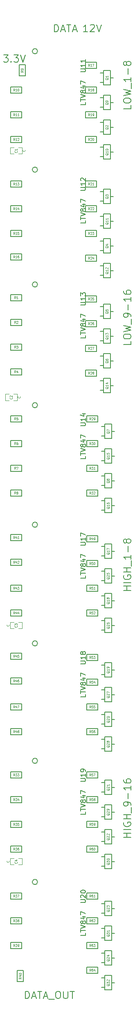
<source format=gto>
G04 (created by PCBNEW (2013-07-07 BZR 4022)-stable) date 10/2/2014 12:43:44 AM*
%MOIN*%
G04 Gerber Fmt 3.4, Leading zero omitted, Abs format*
%FSLAX34Y34*%
G01*
G70*
G90*
G04 APERTURE LIST*
%ADD10C,0.00590551*%
%ADD11C,0.005*%
%ADD12C,0.0047*%
%ADD13C,0.0045*%
%ADD14C,0.0039*%
G04 APERTURE END LIST*
G54D10*
X76944Y-51558D02*
G75*
G03X76944Y-51558I-212J0D01*
G74*
G01*
X76944Y-22834D02*
G75*
G03X76944Y-22834I-212J0D01*
G74*
G01*
X76944Y-80458D02*
G75*
G03X76944Y-80458I-212J0D01*
G74*
G01*
X76944Y-32125D02*
G75*
G03X76944Y-32125I-212J0D01*
G74*
G01*
X76944Y-41889D02*
G75*
G03X76944Y-41889I-212J0D01*
G74*
G01*
X76944Y-61158D02*
G75*
G03X76944Y-61158I-212J0D01*
G74*
G01*
X76944Y-70658D02*
G75*
G03X76944Y-70658I-212J0D01*
G74*
G01*
X76944Y-13258D02*
G75*
G03X76944Y-13258I-212J0D01*
G74*
G01*
G54D11*
X81850Y-64550D02*
X80950Y-64550D01*
X80950Y-64550D02*
X80950Y-64050D01*
X80950Y-64050D02*
X81850Y-64050D01*
X81850Y-64050D02*
X81850Y-64550D01*
X81850Y-56950D02*
X80950Y-56950D01*
X80950Y-56950D02*
X80950Y-56450D01*
X80950Y-56450D02*
X81850Y-56450D01*
X81850Y-56450D02*
X81850Y-56950D01*
X81850Y-66550D02*
X80950Y-66550D01*
X80950Y-66550D02*
X80950Y-66050D01*
X80950Y-66050D02*
X81850Y-66050D01*
X81850Y-66050D02*
X81850Y-66550D01*
X81850Y-62550D02*
X80950Y-62550D01*
X80950Y-62550D02*
X80950Y-62050D01*
X80950Y-62050D02*
X81850Y-62050D01*
X81850Y-62050D02*
X81850Y-62550D01*
X75650Y-68550D02*
X74750Y-68550D01*
X74750Y-68550D02*
X74750Y-68050D01*
X74750Y-68050D02*
X75650Y-68050D01*
X75650Y-68050D02*
X75650Y-68550D01*
X75650Y-66550D02*
X74750Y-66550D01*
X74750Y-66550D02*
X74750Y-66050D01*
X74750Y-66050D02*
X75650Y-66050D01*
X75650Y-66050D02*
X75650Y-66550D01*
X75650Y-64450D02*
X74750Y-64450D01*
X74750Y-64450D02*
X74750Y-63950D01*
X74750Y-63950D02*
X75650Y-63950D01*
X75650Y-63950D02*
X75650Y-64450D01*
X75650Y-62450D02*
X74750Y-62450D01*
X74750Y-62450D02*
X74750Y-61950D01*
X74750Y-61950D02*
X75650Y-61950D01*
X75650Y-61950D02*
X75650Y-62450D01*
X81850Y-58950D02*
X80950Y-58950D01*
X80950Y-58950D02*
X80950Y-58450D01*
X80950Y-58450D02*
X81850Y-58450D01*
X81850Y-58450D02*
X81850Y-58950D01*
X81850Y-47250D02*
X80950Y-47250D01*
X80950Y-47250D02*
X80950Y-46750D01*
X80950Y-46750D02*
X81850Y-46750D01*
X81850Y-46750D02*
X81850Y-47250D01*
X81850Y-78050D02*
X80950Y-78050D01*
X80950Y-78050D02*
X80950Y-77550D01*
X80950Y-77550D02*
X81850Y-77550D01*
X81850Y-77550D02*
X81850Y-78050D01*
X81850Y-87850D02*
X80950Y-87850D01*
X80950Y-87850D02*
X80950Y-87350D01*
X80950Y-87350D02*
X81850Y-87350D01*
X81850Y-87350D02*
X81850Y-87850D01*
X81850Y-85850D02*
X80950Y-85850D01*
X80950Y-85850D02*
X80950Y-85350D01*
X80950Y-85350D02*
X81850Y-85350D01*
X81850Y-85350D02*
X81850Y-85850D01*
X81850Y-83850D02*
X80950Y-83850D01*
X80950Y-83850D02*
X80950Y-83350D01*
X80950Y-83350D02*
X81850Y-83350D01*
X81850Y-83350D02*
X81850Y-83850D01*
X81850Y-81850D02*
X80950Y-81850D01*
X80950Y-81850D02*
X80950Y-81350D01*
X80950Y-81350D02*
X81850Y-81350D01*
X81850Y-81350D02*
X81850Y-81850D01*
X75300Y-88500D02*
X75300Y-87600D01*
X75300Y-87600D02*
X75800Y-87600D01*
X75800Y-87600D02*
X75800Y-88500D01*
X75800Y-88500D02*
X75300Y-88500D01*
X75650Y-85850D02*
X74750Y-85850D01*
X74750Y-85850D02*
X74750Y-85350D01*
X74750Y-85350D02*
X75650Y-85350D01*
X75650Y-85350D02*
X75650Y-85850D01*
X75650Y-83850D02*
X74750Y-83850D01*
X74750Y-83850D02*
X74750Y-83350D01*
X74750Y-83350D02*
X75650Y-83350D01*
X75650Y-83350D02*
X75650Y-83850D01*
X75650Y-81850D02*
X74750Y-81850D01*
X74750Y-81850D02*
X74750Y-81350D01*
X74750Y-81350D02*
X75650Y-81350D01*
X75650Y-81350D02*
X75650Y-81850D01*
X81850Y-68550D02*
X80950Y-68550D01*
X80950Y-68550D02*
X80950Y-68050D01*
X80950Y-68050D02*
X81850Y-68050D01*
X81850Y-68050D02*
X81850Y-68550D01*
X81850Y-76050D02*
X80950Y-76050D01*
X80950Y-76050D02*
X80950Y-75550D01*
X80950Y-75550D02*
X81850Y-75550D01*
X81850Y-75550D02*
X81850Y-76050D01*
X81850Y-74050D02*
X80950Y-74050D01*
X80950Y-74050D02*
X80950Y-73550D01*
X80950Y-73550D02*
X81850Y-73550D01*
X81850Y-73550D02*
X81850Y-74050D01*
X81850Y-72050D02*
X80950Y-72050D01*
X80950Y-72050D02*
X80950Y-71550D01*
X80950Y-71550D02*
X81850Y-71550D01*
X81850Y-71550D02*
X81850Y-72050D01*
X75650Y-78050D02*
X74750Y-78050D01*
X74750Y-78050D02*
X74750Y-77550D01*
X74750Y-77550D02*
X75650Y-77550D01*
X75650Y-77550D02*
X75650Y-78050D01*
X75650Y-76050D02*
X74750Y-76050D01*
X74750Y-76050D02*
X74750Y-75550D01*
X74750Y-75550D02*
X75650Y-75550D01*
X75650Y-75550D02*
X75650Y-76050D01*
X75650Y-74050D02*
X74750Y-74050D01*
X74750Y-74050D02*
X74750Y-73550D01*
X74750Y-73550D02*
X75650Y-73550D01*
X75650Y-73550D02*
X75650Y-74050D01*
X75650Y-72050D02*
X74750Y-72050D01*
X74750Y-72050D02*
X74750Y-71550D01*
X74750Y-71550D02*
X75650Y-71550D01*
X75650Y-71550D02*
X75650Y-72050D01*
X75650Y-24250D02*
X74750Y-24250D01*
X74750Y-24250D02*
X74750Y-23750D01*
X74750Y-23750D02*
X75650Y-23750D01*
X75650Y-23750D02*
X75650Y-24250D01*
X75650Y-35450D02*
X74750Y-35450D01*
X74750Y-35450D02*
X74750Y-34950D01*
X74750Y-34950D02*
X75650Y-34950D01*
X75650Y-34950D02*
X75650Y-35450D01*
X75650Y-33450D02*
X74750Y-33450D01*
X74750Y-33450D02*
X74750Y-32950D01*
X74750Y-32950D02*
X75650Y-32950D01*
X75650Y-32950D02*
X75650Y-33450D01*
X81750Y-30250D02*
X80850Y-30250D01*
X80850Y-30250D02*
X80850Y-29750D01*
X80850Y-29750D02*
X81750Y-29750D01*
X81750Y-29750D02*
X81750Y-30250D01*
X81750Y-28250D02*
X80850Y-28250D01*
X80850Y-28250D02*
X80850Y-27750D01*
X80850Y-27750D02*
X81750Y-27750D01*
X81750Y-27750D02*
X81750Y-28250D01*
X81750Y-26250D02*
X80850Y-26250D01*
X80850Y-26250D02*
X80850Y-25750D01*
X80850Y-25750D02*
X81750Y-25750D01*
X81750Y-25750D02*
X81750Y-26250D01*
X81750Y-24250D02*
X80850Y-24250D01*
X80850Y-24250D02*
X80850Y-23750D01*
X80850Y-23750D02*
X81750Y-23750D01*
X81750Y-23750D02*
X81750Y-24250D01*
X75650Y-30150D02*
X74750Y-30150D01*
X74750Y-30150D02*
X74750Y-29650D01*
X74750Y-29650D02*
X75650Y-29650D01*
X75650Y-29650D02*
X75650Y-30150D01*
X75650Y-28250D02*
X74750Y-28250D01*
X74750Y-28250D02*
X74750Y-27750D01*
X74750Y-27750D02*
X75650Y-27750D01*
X75650Y-27750D02*
X75650Y-28250D01*
X75650Y-26250D02*
X74750Y-26250D01*
X74750Y-26250D02*
X74750Y-25750D01*
X74750Y-25750D02*
X75650Y-25750D01*
X75650Y-25750D02*
X75650Y-26250D01*
X81850Y-54950D02*
X80950Y-54950D01*
X80950Y-54950D02*
X80950Y-54450D01*
X80950Y-54450D02*
X81850Y-54450D01*
X81850Y-54450D02*
X81850Y-54950D01*
X81750Y-20650D02*
X80850Y-20650D01*
X80850Y-20650D02*
X80850Y-20150D01*
X80850Y-20150D02*
X81750Y-20150D01*
X81750Y-20150D02*
X81750Y-20650D01*
X81750Y-18650D02*
X80850Y-18650D01*
X80850Y-18650D02*
X80850Y-18150D01*
X80850Y-18150D02*
X81750Y-18150D01*
X81750Y-18150D02*
X81750Y-18650D01*
X81750Y-16650D02*
X80850Y-16650D01*
X80850Y-16650D02*
X80850Y-16150D01*
X80850Y-16150D02*
X81750Y-16150D01*
X81750Y-16150D02*
X81750Y-16650D01*
X81750Y-14650D02*
X80850Y-14650D01*
X80850Y-14650D02*
X80850Y-14150D01*
X80850Y-14150D02*
X81750Y-14150D01*
X81750Y-14150D02*
X81750Y-14650D01*
X75650Y-20650D02*
X74750Y-20650D01*
X74750Y-20650D02*
X74750Y-20150D01*
X74750Y-20150D02*
X75650Y-20150D01*
X75650Y-20150D02*
X75650Y-20650D01*
X75650Y-18650D02*
X74750Y-18650D01*
X74750Y-18650D02*
X74750Y-18150D01*
X74750Y-18150D02*
X75650Y-18150D01*
X75650Y-18150D02*
X75650Y-18650D01*
X75650Y-16650D02*
X74750Y-16650D01*
X74750Y-16650D02*
X74750Y-16150D01*
X74750Y-16150D02*
X75650Y-16150D01*
X75650Y-16150D02*
X75650Y-16650D01*
X75950Y-14350D02*
X75950Y-15250D01*
X75950Y-15250D02*
X75450Y-15250D01*
X75450Y-15250D02*
X75450Y-14350D01*
X75450Y-14350D02*
X75950Y-14350D01*
X75650Y-37450D02*
X74750Y-37450D01*
X74750Y-37450D02*
X74750Y-36950D01*
X74750Y-36950D02*
X75650Y-36950D01*
X75650Y-36950D02*
X75650Y-37450D01*
X81850Y-52950D02*
X80950Y-52950D01*
X80950Y-52950D02*
X80950Y-52450D01*
X80950Y-52450D02*
X81850Y-52450D01*
X81850Y-52450D02*
X81850Y-52950D01*
X75650Y-58950D02*
X74750Y-58950D01*
X74750Y-58950D02*
X74750Y-58450D01*
X74750Y-58450D02*
X75650Y-58450D01*
X75650Y-58450D02*
X75650Y-58950D01*
X75650Y-56950D02*
X74750Y-56950D01*
X74750Y-56950D02*
X74750Y-56450D01*
X74750Y-56450D02*
X75650Y-56450D01*
X75650Y-56450D02*
X75650Y-56950D01*
X75650Y-54850D02*
X74750Y-54850D01*
X74750Y-54850D02*
X74750Y-54350D01*
X74750Y-54350D02*
X75650Y-54350D01*
X75650Y-54350D02*
X75650Y-54850D01*
X75650Y-52850D02*
X74750Y-52850D01*
X74750Y-52850D02*
X74750Y-52350D01*
X74750Y-52350D02*
X75650Y-52350D01*
X75650Y-52350D02*
X75650Y-52850D01*
X81850Y-49250D02*
X80950Y-49250D01*
X80950Y-49250D02*
X80950Y-48750D01*
X80950Y-48750D02*
X81850Y-48750D01*
X81850Y-48750D02*
X81850Y-49250D01*
X81850Y-45250D02*
X80950Y-45250D01*
X80950Y-45250D02*
X80950Y-44750D01*
X80950Y-44750D02*
X81850Y-44750D01*
X81850Y-44750D02*
X81850Y-45250D01*
X81850Y-43250D02*
X80950Y-43250D01*
X80950Y-43250D02*
X80950Y-42750D01*
X80950Y-42750D02*
X81850Y-42750D01*
X81850Y-42750D02*
X81850Y-43250D01*
X75650Y-49250D02*
X74750Y-49250D01*
X74750Y-49250D02*
X74750Y-48750D01*
X74750Y-48750D02*
X75650Y-48750D01*
X75650Y-48750D02*
X75650Y-49250D01*
X75650Y-39450D02*
X74750Y-39450D01*
X74750Y-39450D02*
X74750Y-38950D01*
X74750Y-38950D02*
X75650Y-38950D01*
X75650Y-38950D02*
X75650Y-39450D01*
X81750Y-33550D02*
X80850Y-33550D01*
X80850Y-33550D02*
X80850Y-33050D01*
X80850Y-33050D02*
X81750Y-33050D01*
X81750Y-33050D02*
X81750Y-33550D01*
X81750Y-35550D02*
X80850Y-35550D01*
X80850Y-35550D02*
X80850Y-35050D01*
X80850Y-35050D02*
X81750Y-35050D01*
X81750Y-35050D02*
X81750Y-35550D01*
X81750Y-37550D02*
X80850Y-37550D01*
X80850Y-37550D02*
X80850Y-37050D01*
X80850Y-37050D02*
X81750Y-37050D01*
X81750Y-37050D02*
X81750Y-37550D01*
X81750Y-39550D02*
X80850Y-39550D01*
X80850Y-39550D02*
X80850Y-39050D01*
X80850Y-39050D02*
X81750Y-39050D01*
X81750Y-39050D02*
X81750Y-39550D01*
X75650Y-43250D02*
X74750Y-43250D01*
X74750Y-43250D02*
X74750Y-42750D01*
X74750Y-42750D02*
X75650Y-42750D01*
X75650Y-42750D02*
X75650Y-43250D01*
X75650Y-45250D02*
X74750Y-45250D01*
X74750Y-45250D02*
X74750Y-44750D01*
X74750Y-44750D02*
X75650Y-44750D01*
X75650Y-44750D02*
X75650Y-45250D01*
X75650Y-47250D02*
X74750Y-47250D01*
X74750Y-47250D02*
X74750Y-46750D01*
X74750Y-46750D02*
X75650Y-46750D01*
X75650Y-46750D02*
X75650Y-47250D01*
X82325Y-15775D02*
X82065Y-15775D01*
X82325Y-15025D02*
X82065Y-15025D01*
X82875Y-15400D02*
X83135Y-15400D01*
X82875Y-14810D02*
X82875Y-15990D01*
X82875Y-15990D02*
X82325Y-15990D01*
X82325Y-15990D02*
X82325Y-14810D01*
X82325Y-14810D02*
X82875Y-14810D01*
X82325Y-19775D02*
X82065Y-19775D01*
X82325Y-19025D02*
X82065Y-19025D01*
X82875Y-19400D02*
X83135Y-19400D01*
X82875Y-18810D02*
X82875Y-19990D01*
X82875Y-19990D02*
X82325Y-19990D01*
X82325Y-19990D02*
X82325Y-18810D01*
X82325Y-18810D02*
X82875Y-18810D01*
X82425Y-58075D02*
X82165Y-58075D01*
X82425Y-57325D02*
X82165Y-57325D01*
X82975Y-57700D02*
X83235Y-57700D01*
X82975Y-57110D02*
X82975Y-58290D01*
X82975Y-58290D02*
X82425Y-58290D01*
X82425Y-58290D02*
X82425Y-57110D01*
X82425Y-57110D02*
X82975Y-57110D01*
X82425Y-56075D02*
X82165Y-56075D01*
X82425Y-55325D02*
X82165Y-55325D01*
X82975Y-55700D02*
X83235Y-55700D01*
X82975Y-55110D02*
X82975Y-56290D01*
X82975Y-56290D02*
X82425Y-56290D01*
X82425Y-56290D02*
X82425Y-55110D01*
X82425Y-55110D02*
X82975Y-55110D01*
X82325Y-21775D02*
X82065Y-21775D01*
X82325Y-21025D02*
X82065Y-21025D01*
X82875Y-21400D02*
X83135Y-21400D01*
X82875Y-20810D02*
X82875Y-21990D01*
X82875Y-21990D02*
X82325Y-21990D01*
X82325Y-21990D02*
X82325Y-20810D01*
X82325Y-20810D02*
X82875Y-20810D01*
X82425Y-46375D02*
X82165Y-46375D01*
X82425Y-45625D02*
X82165Y-45625D01*
X82975Y-46000D02*
X83235Y-46000D01*
X82975Y-45410D02*
X82975Y-46590D01*
X82975Y-46590D02*
X82425Y-46590D01*
X82425Y-46590D02*
X82425Y-45410D01*
X82425Y-45410D02*
X82975Y-45410D01*
X82425Y-54075D02*
X82165Y-54075D01*
X82425Y-53325D02*
X82165Y-53325D01*
X82975Y-53700D02*
X83235Y-53700D01*
X82975Y-53110D02*
X82975Y-54290D01*
X82975Y-54290D02*
X82425Y-54290D01*
X82425Y-54290D02*
X82425Y-53110D01*
X82425Y-53110D02*
X82975Y-53110D01*
X82325Y-36675D02*
X82065Y-36675D01*
X82325Y-35925D02*
X82065Y-35925D01*
X82875Y-36300D02*
X83135Y-36300D01*
X82875Y-35710D02*
X82875Y-36890D01*
X82875Y-36890D02*
X82325Y-36890D01*
X82325Y-36890D02*
X82325Y-35710D01*
X82325Y-35710D02*
X82875Y-35710D01*
X82425Y-48375D02*
X82165Y-48375D01*
X82425Y-47625D02*
X82165Y-47625D01*
X82975Y-48000D02*
X83235Y-48000D01*
X82975Y-47410D02*
X82975Y-48590D01*
X82975Y-48590D02*
X82425Y-48590D01*
X82425Y-48590D02*
X82425Y-47410D01*
X82425Y-47410D02*
X82975Y-47410D01*
X82325Y-34675D02*
X82065Y-34675D01*
X82325Y-33925D02*
X82065Y-33925D01*
X82875Y-34300D02*
X83135Y-34300D01*
X82875Y-33710D02*
X82875Y-34890D01*
X82875Y-34890D02*
X82325Y-34890D01*
X82325Y-34890D02*
X82325Y-33710D01*
X82325Y-33710D02*
X82875Y-33710D01*
X82425Y-44375D02*
X82165Y-44375D01*
X82425Y-43625D02*
X82165Y-43625D01*
X82975Y-44000D02*
X83235Y-44000D01*
X82975Y-43410D02*
X82975Y-44590D01*
X82975Y-44590D02*
X82425Y-44590D01*
X82425Y-44590D02*
X82425Y-43410D01*
X82425Y-43410D02*
X82975Y-43410D01*
X82325Y-25375D02*
X82065Y-25375D01*
X82325Y-24625D02*
X82065Y-24625D01*
X82875Y-25000D02*
X83135Y-25000D01*
X82875Y-24410D02*
X82875Y-25590D01*
X82875Y-25590D02*
X82325Y-25590D01*
X82325Y-25590D02*
X82325Y-24410D01*
X82325Y-24410D02*
X82875Y-24410D01*
X82325Y-40675D02*
X82065Y-40675D01*
X82325Y-39925D02*
X82065Y-39925D01*
X82875Y-40300D02*
X83135Y-40300D01*
X82875Y-39710D02*
X82875Y-40890D01*
X82875Y-40890D02*
X82325Y-40890D01*
X82325Y-40890D02*
X82325Y-39710D01*
X82325Y-39710D02*
X82875Y-39710D01*
X82325Y-27375D02*
X82065Y-27375D01*
X82325Y-26625D02*
X82065Y-26625D01*
X82875Y-27000D02*
X83135Y-27000D01*
X82875Y-26410D02*
X82875Y-27590D01*
X82875Y-27590D02*
X82325Y-27590D01*
X82325Y-27590D02*
X82325Y-26410D01*
X82325Y-26410D02*
X82875Y-26410D01*
X82425Y-50375D02*
X82165Y-50375D01*
X82425Y-49625D02*
X82165Y-49625D01*
X82975Y-50000D02*
X83235Y-50000D01*
X82975Y-49410D02*
X82975Y-50590D01*
X82975Y-50590D02*
X82425Y-50590D01*
X82425Y-50590D02*
X82425Y-49410D01*
X82425Y-49410D02*
X82975Y-49410D01*
X82325Y-29375D02*
X82065Y-29375D01*
X82325Y-28625D02*
X82065Y-28625D01*
X82875Y-29000D02*
X83135Y-29000D01*
X82875Y-28410D02*
X82875Y-29590D01*
X82875Y-29590D02*
X82325Y-29590D01*
X82325Y-29590D02*
X82325Y-28410D01*
X82325Y-28410D02*
X82875Y-28410D01*
X82325Y-31375D02*
X82065Y-31375D01*
X82325Y-30625D02*
X82065Y-30625D01*
X82875Y-31000D02*
X83135Y-31000D01*
X82875Y-30410D02*
X82875Y-31590D01*
X82875Y-31590D02*
X82325Y-31590D01*
X82325Y-31590D02*
X82325Y-30410D01*
X82325Y-30410D02*
X82875Y-30410D01*
X82325Y-38675D02*
X82065Y-38675D01*
X82325Y-37925D02*
X82065Y-37925D01*
X82875Y-38300D02*
X83135Y-38300D01*
X82875Y-37710D02*
X82875Y-38890D01*
X82875Y-38890D02*
X82325Y-38890D01*
X82325Y-38890D02*
X82325Y-37710D01*
X82325Y-37710D02*
X82875Y-37710D01*
X82425Y-88975D02*
X82165Y-88975D01*
X82425Y-88225D02*
X82165Y-88225D01*
X82975Y-88600D02*
X83235Y-88600D01*
X82975Y-88010D02*
X82975Y-89190D01*
X82975Y-89190D02*
X82425Y-89190D01*
X82425Y-89190D02*
X82425Y-88010D01*
X82425Y-88010D02*
X82975Y-88010D01*
X82425Y-86975D02*
X82165Y-86975D01*
X82425Y-86225D02*
X82165Y-86225D01*
X82975Y-86600D02*
X83235Y-86600D01*
X82975Y-86010D02*
X82975Y-87190D01*
X82975Y-87190D02*
X82425Y-87190D01*
X82425Y-87190D02*
X82425Y-86010D01*
X82425Y-86010D02*
X82975Y-86010D01*
X82425Y-84975D02*
X82165Y-84975D01*
X82425Y-84225D02*
X82165Y-84225D01*
X82975Y-84600D02*
X83235Y-84600D01*
X82975Y-84010D02*
X82975Y-85190D01*
X82975Y-85190D02*
X82425Y-85190D01*
X82425Y-85190D02*
X82425Y-84010D01*
X82425Y-84010D02*
X82975Y-84010D01*
X82425Y-82975D02*
X82165Y-82975D01*
X82425Y-82225D02*
X82165Y-82225D01*
X82975Y-82600D02*
X83235Y-82600D01*
X82975Y-82010D02*
X82975Y-83190D01*
X82975Y-83190D02*
X82425Y-83190D01*
X82425Y-83190D02*
X82425Y-82010D01*
X82425Y-82010D02*
X82975Y-82010D01*
X82425Y-79175D02*
X82165Y-79175D01*
X82425Y-78425D02*
X82165Y-78425D01*
X82975Y-78800D02*
X83235Y-78800D01*
X82975Y-78210D02*
X82975Y-79390D01*
X82975Y-79390D02*
X82425Y-79390D01*
X82425Y-79390D02*
X82425Y-78210D01*
X82425Y-78210D02*
X82975Y-78210D01*
X82425Y-77175D02*
X82165Y-77175D01*
X82425Y-76425D02*
X82165Y-76425D01*
X82975Y-76800D02*
X83235Y-76800D01*
X82975Y-76210D02*
X82975Y-77390D01*
X82975Y-77390D02*
X82425Y-77390D01*
X82425Y-77390D02*
X82425Y-76210D01*
X82425Y-76210D02*
X82975Y-76210D01*
X82425Y-75175D02*
X82165Y-75175D01*
X82425Y-74425D02*
X82165Y-74425D01*
X82975Y-74800D02*
X83235Y-74800D01*
X82975Y-74210D02*
X82975Y-75390D01*
X82975Y-75390D02*
X82425Y-75390D01*
X82425Y-75390D02*
X82425Y-74210D01*
X82425Y-74210D02*
X82975Y-74210D01*
X82425Y-73175D02*
X82165Y-73175D01*
X82425Y-72425D02*
X82165Y-72425D01*
X82975Y-72800D02*
X83235Y-72800D01*
X82975Y-72210D02*
X82975Y-73390D01*
X82975Y-73390D02*
X82425Y-73390D01*
X82425Y-73390D02*
X82425Y-72210D01*
X82425Y-72210D02*
X82975Y-72210D01*
X82425Y-69675D02*
X82165Y-69675D01*
X82425Y-68925D02*
X82165Y-68925D01*
X82975Y-69300D02*
X83235Y-69300D01*
X82975Y-68710D02*
X82975Y-69890D01*
X82975Y-69890D02*
X82425Y-69890D01*
X82425Y-69890D02*
X82425Y-68710D01*
X82425Y-68710D02*
X82975Y-68710D01*
X82425Y-67675D02*
X82165Y-67675D01*
X82425Y-66925D02*
X82165Y-66925D01*
X82975Y-67300D02*
X83235Y-67300D01*
X82975Y-66710D02*
X82975Y-67890D01*
X82975Y-67890D02*
X82425Y-67890D01*
X82425Y-67890D02*
X82425Y-66710D01*
X82425Y-66710D02*
X82975Y-66710D01*
X82425Y-65675D02*
X82165Y-65675D01*
X82425Y-64925D02*
X82165Y-64925D01*
X82975Y-65300D02*
X83235Y-65300D01*
X82975Y-64710D02*
X82975Y-65890D01*
X82975Y-65890D02*
X82425Y-65890D01*
X82425Y-65890D02*
X82425Y-64710D01*
X82425Y-64710D02*
X82975Y-64710D01*
X82425Y-63675D02*
X82165Y-63675D01*
X82425Y-62925D02*
X82165Y-62925D01*
X82975Y-63300D02*
X83235Y-63300D01*
X82975Y-62710D02*
X82975Y-63890D01*
X82975Y-63890D02*
X82425Y-63890D01*
X82425Y-63890D02*
X82425Y-62710D01*
X82425Y-62710D02*
X82975Y-62710D01*
X82425Y-60075D02*
X82165Y-60075D01*
X82425Y-59325D02*
X82165Y-59325D01*
X82975Y-59700D02*
X83235Y-59700D01*
X82975Y-59110D02*
X82975Y-60290D01*
X82975Y-60290D02*
X82425Y-60290D01*
X82425Y-60290D02*
X82425Y-59110D01*
X82425Y-59110D02*
X82975Y-59110D01*
X82325Y-17775D02*
X82065Y-17775D01*
X82325Y-17025D02*
X82065Y-17025D01*
X82875Y-17400D02*
X83135Y-17400D01*
X82875Y-16810D02*
X82875Y-17990D01*
X82875Y-17990D02*
X82325Y-17990D01*
X82325Y-17990D02*
X82325Y-16810D01*
X82325Y-16810D02*
X82875Y-16810D01*
G54D12*
X75003Y-21044D02*
X74728Y-21044D01*
X75397Y-21044D02*
X75672Y-21044D01*
X75003Y-21556D02*
X74728Y-21556D01*
X75672Y-21556D02*
X75397Y-21556D01*
X74728Y-21550D02*
X74728Y-21050D01*
X75672Y-21050D02*
X75672Y-21550D01*
X74603Y-40994D02*
X74328Y-40994D01*
X74997Y-40994D02*
X75272Y-40994D01*
X74603Y-41506D02*
X74328Y-41506D01*
X75272Y-41506D02*
X74997Y-41506D01*
X74328Y-41500D02*
X74328Y-41000D01*
X75272Y-41000D02*
X75272Y-41500D01*
X75397Y-59956D02*
X75672Y-59956D01*
X75003Y-59956D02*
X74728Y-59956D01*
X75397Y-59444D02*
X75672Y-59444D01*
X74728Y-59444D02*
X75003Y-59444D01*
X75672Y-59450D02*
X75672Y-59950D01*
X74728Y-59950D02*
X74728Y-59450D01*
X75397Y-79056D02*
X75672Y-79056D01*
X75003Y-79056D02*
X74728Y-79056D01*
X75397Y-78544D02*
X75672Y-78544D01*
X74728Y-78544D02*
X75003Y-78544D01*
X75672Y-78550D02*
X75672Y-79050D01*
X74728Y-79050D02*
X74728Y-78550D01*
G54D10*
X80455Y-53222D02*
X80774Y-53222D01*
X80811Y-53203D01*
X80830Y-53184D01*
X80849Y-53147D01*
X80849Y-53072D01*
X80830Y-53034D01*
X80811Y-53016D01*
X80774Y-52997D01*
X80455Y-52997D01*
X80849Y-52603D02*
X80849Y-52828D01*
X80849Y-52716D02*
X80455Y-52716D01*
X80511Y-52753D01*
X80549Y-52791D01*
X80568Y-52828D01*
X80455Y-52472D02*
X80455Y-52210D01*
X80849Y-52378D01*
X80859Y-55684D02*
X80859Y-55871D01*
X80465Y-55871D01*
X80465Y-55609D02*
X80465Y-55384D01*
X80859Y-55496D02*
X80465Y-55496D01*
X80465Y-55309D02*
X80859Y-55178D01*
X80465Y-55046D01*
X80634Y-54859D02*
X80615Y-54896D01*
X80596Y-54915D01*
X80559Y-54934D01*
X80540Y-54934D01*
X80503Y-54915D01*
X80484Y-54896D01*
X80465Y-54859D01*
X80465Y-54784D01*
X80484Y-54746D01*
X80503Y-54728D01*
X80540Y-54709D01*
X80559Y-54709D01*
X80596Y-54728D01*
X80615Y-54746D01*
X80634Y-54784D01*
X80634Y-54859D01*
X80653Y-54896D01*
X80671Y-54915D01*
X80709Y-54934D01*
X80784Y-54934D01*
X80821Y-54915D01*
X80840Y-54896D01*
X80859Y-54859D01*
X80859Y-54784D01*
X80840Y-54746D01*
X80821Y-54728D01*
X80784Y-54709D01*
X80709Y-54709D01*
X80671Y-54728D01*
X80653Y-54746D01*
X80634Y-54784D01*
X80596Y-54371D02*
X80859Y-54371D01*
X80446Y-54465D02*
X80728Y-54559D01*
X80728Y-54315D01*
X80465Y-54203D02*
X80465Y-53940D01*
X80859Y-54109D01*
X80455Y-24498D02*
X80774Y-24498D01*
X80811Y-24480D01*
X80830Y-24461D01*
X80849Y-24423D01*
X80849Y-24348D01*
X80830Y-24311D01*
X80811Y-24292D01*
X80774Y-24273D01*
X80455Y-24273D01*
X80849Y-23880D02*
X80849Y-24105D01*
X80849Y-23992D02*
X80455Y-23992D01*
X80511Y-24030D01*
X80549Y-24067D01*
X80568Y-24105D01*
X80493Y-23730D02*
X80474Y-23711D01*
X80455Y-23673D01*
X80455Y-23580D01*
X80474Y-23542D01*
X80493Y-23523D01*
X80530Y-23505D01*
X80568Y-23505D01*
X80624Y-23523D01*
X80849Y-23748D01*
X80849Y-23505D01*
X80859Y-26960D02*
X80859Y-27148D01*
X80465Y-27148D01*
X80465Y-26885D02*
X80465Y-26660D01*
X80859Y-26773D02*
X80465Y-26773D01*
X80465Y-26585D02*
X80859Y-26454D01*
X80465Y-26323D01*
X80634Y-26135D02*
X80615Y-26173D01*
X80596Y-26192D01*
X80559Y-26210D01*
X80540Y-26210D01*
X80503Y-26192D01*
X80484Y-26173D01*
X80465Y-26135D01*
X80465Y-26060D01*
X80484Y-26023D01*
X80503Y-26004D01*
X80540Y-25985D01*
X80559Y-25985D01*
X80596Y-26004D01*
X80615Y-26023D01*
X80634Y-26060D01*
X80634Y-26135D01*
X80653Y-26173D01*
X80671Y-26192D01*
X80709Y-26210D01*
X80784Y-26210D01*
X80821Y-26192D01*
X80840Y-26173D01*
X80859Y-26135D01*
X80859Y-26060D01*
X80840Y-26023D01*
X80821Y-26004D01*
X80784Y-25985D01*
X80709Y-25985D01*
X80671Y-26004D01*
X80653Y-26023D01*
X80634Y-26060D01*
X80596Y-25648D02*
X80859Y-25648D01*
X80446Y-25742D02*
X80728Y-25835D01*
X80728Y-25592D01*
X80465Y-25479D02*
X80465Y-25217D01*
X80859Y-25385D01*
X80455Y-82122D02*
X80774Y-82122D01*
X80811Y-82103D01*
X80830Y-82084D01*
X80849Y-82047D01*
X80849Y-81972D01*
X80830Y-81934D01*
X80811Y-81916D01*
X80774Y-81897D01*
X80455Y-81897D01*
X80493Y-81728D02*
X80474Y-81709D01*
X80455Y-81672D01*
X80455Y-81578D01*
X80474Y-81541D01*
X80493Y-81522D01*
X80530Y-81503D01*
X80568Y-81503D01*
X80624Y-81522D01*
X80849Y-81747D01*
X80849Y-81503D01*
X80455Y-81260D02*
X80455Y-81222D01*
X80474Y-81185D01*
X80493Y-81166D01*
X80530Y-81147D01*
X80605Y-81128D01*
X80699Y-81128D01*
X80774Y-81147D01*
X80811Y-81166D01*
X80830Y-81185D01*
X80849Y-81222D01*
X80849Y-81260D01*
X80830Y-81297D01*
X80811Y-81316D01*
X80774Y-81335D01*
X80699Y-81353D01*
X80605Y-81353D01*
X80530Y-81335D01*
X80493Y-81316D01*
X80474Y-81297D01*
X80455Y-81260D01*
X80859Y-84584D02*
X80859Y-84771D01*
X80465Y-84771D01*
X80465Y-84509D02*
X80465Y-84284D01*
X80859Y-84396D02*
X80465Y-84396D01*
X80465Y-84209D02*
X80859Y-84078D01*
X80465Y-83946D01*
X80634Y-83759D02*
X80615Y-83796D01*
X80596Y-83815D01*
X80559Y-83834D01*
X80540Y-83834D01*
X80503Y-83815D01*
X80484Y-83796D01*
X80465Y-83759D01*
X80465Y-83684D01*
X80484Y-83646D01*
X80503Y-83628D01*
X80540Y-83609D01*
X80559Y-83609D01*
X80596Y-83628D01*
X80615Y-83646D01*
X80634Y-83684D01*
X80634Y-83759D01*
X80653Y-83796D01*
X80671Y-83815D01*
X80709Y-83834D01*
X80784Y-83834D01*
X80821Y-83815D01*
X80840Y-83796D01*
X80859Y-83759D01*
X80859Y-83684D01*
X80840Y-83646D01*
X80821Y-83628D01*
X80784Y-83609D01*
X80709Y-83609D01*
X80671Y-83628D01*
X80653Y-83646D01*
X80634Y-83684D01*
X80596Y-83271D02*
X80859Y-83271D01*
X80446Y-83365D02*
X80728Y-83459D01*
X80728Y-83215D01*
X80465Y-83103D02*
X80465Y-82840D01*
X80859Y-83009D01*
X80455Y-33790D02*
X80774Y-33790D01*
X80811Y-33771D01*
X80830Y-33752D01*
X80849Y-33715D01*
X80849Y-33640D01*
X80830Y-33602D01*
X80811Y-33583D01*
X80774Y-33565D01*
X80455Y-33565D01*
X80849Y-33171D02*
X80849Y-33396D01*
X80849Y-33283D02*
X80455Y-33283D01*
X80511Y-33321D01*
X80549Y-33358D01*
X80568Y-33396D01*
X80455Y-33040D02*
X80455Y-32796D01*
X80605Y-32927D01*
X80605Y-32871D01*
X80624Y-32834D01*
X80643Y-32815D01*
X80680Y-32796D01*
X80774Y-32796D01*
X80811Y-32815D01*
X80830Y-32834D01*
X80849Y-32871D01*
X80849Y-32984D01*
X80830Y-33021D01*
X80811Y-33040D01*
X80859Y-36251D02*
X80859Y-36439D01*
X80465Y-36439D01*
X80465Y-36177D02*
X80465Y-35952D01*
X80859Y-36064D02*
X80465Y-36064D01*
X80465Y-35877D02*
X80859Y-35745D01*
X80465Y-35614D01*
X80634Y-35427D02*
X80615Y-35464D01*
X80596Y-35483D01*
X80559Y-35502D01*
X80540Y-35502D01*
X80503Y-35483D01*
X80484Y-35464D01*
X80465Y-35427D01*
X80465Y-35352D01*
X80484Y-35314D01*
X80503Y-35295D01*
X80540Y-35277D01*
X80559Y-35277D01*
X80596Y-35295D01*
X80615Y-35314D01*
X80634Y-35352D01*
X80634Y-35427D01*
X80653Y-35464D01*
X80671Y-35483D01*
X80709Y-35502D01*
X80784Y-35502D01*
X80821Y-35483D01*
X80840Y-35464D01*
X80859Y-35427D01*
X80859Y-35352D01*
X80840Y-35314D01*
X80821Y-35295D01*
X80784Y-35277D01*
X80709Y-35277D01*
X80671Y-35295D01*
X80653Y-35314D01*
X80634Y-35352D01*
X80596Y-34939D02*
X80859Y-34939D01*
X80446Y-35033D02*
X80728Y-35127D01*
X80728Y-34883D01*
X80465Y-34770D02*
X80465Y-34508D01*
X80859Y-34677D01*
X80455Y-43553D02*
X80774Y-43553D01*
X80811Y-43535D01*
X80830Y-43516D01*
X80849Y-43478D01*
X80849Y-43403D01*
X80830Y-43366D01*
X80811Y-43347D01*
X80774Y-43328D01*
X80455Y-43328D01*
X80849Y-42935D02*
X80849Y-43160D01*
X80849Y-43047D02*
X80455Y-43047D01*
X80511Y-43085D01*
X80549Y-43122D01*
X80568Y-43160D01*
X80586Y-42597D02*
X80849Y-42597D01*
X80436Y-42691D02*
X80718Y-42785D01*
X80718Y-42541D01*
X80859Y-46015D02*
X80859Y-46203D01*
X80465Y-46203D01*
X80465Y-45940D02*
X80465Y-45715D01*
X80859Y-45828D02*
X80465Y-45828D01*
X80465Y-45640D02*
X80859Y-45509D01*
X80465Y-45378D01*
X80634Y-45190D02*
X80615Y-45228D01*
X80596Y-45247D01*
X80559Y-45265D01*
X80540Y-45265D01*
X80503Y-45247D01*
X80484Y-45228D01*
X80465Y-45190D01*
X80465Y-45115D01*
X80484Y-45078D01*
X80503Y-45059D01*
X80540Y-45040D01*
X80559Y-45040D01*
X80596Y-45059D01*
X80615Y-45078D01*
X80634Y-45115D01*
X80634Y-45190D01*
X80653Y-45228D01*
X80671Y-45247D01*
X80709Y-45265D01*
X80784Y-45265D01*
X80821Y-45247D01*
X80840Y-45228D01*
X80859Y-45190D01*
X80859Y-45115D01*
X80840Y-45078D01*
X80821Y-45059D01*
X80784Y-45040D01*
X80709Y-45040D01*
X80671Y-45059D01*
X80653Y-45078D01*
X80634Y-45115D01*
X80596Y-44703D02*
X80859Y-44703D01*
X80446Y-44797D02*
X80728Y-44890D01*
X80728Y-44647D01*
X80465Y-44534D02*
X80465Y-44272D01*
X80859Y-44440D01*
X80455Y-62822D02*
X80774Y-62822D01*
X80811Y-62803D01*
X80830Y-62784D01*
X80849Y-62747D01*
X80849Y-62672D01*
X80830Y-62634D01*
X80811Y-62616D01*
X80774Y-62597D01*
X80455Y-62597D01*
X80849Y-62203D02*
X80849Y-62428D01*
X80849Y-62316D02*
X80455Y-62316D01*
X80511Y-62353D01*
X80549Y-62391D01*
X80568Y-62428D01*
X80624Y-61978D02*
X80605Y-62016D01*
X80586Y-62035D01*
X80549Y-62053D01*
X80530Y-62053D01*
X80493Y-62035D01*
X80474Y-62016D01*
X80455Y-61978D01*
X80455Y-61903D01*
X80474Y-61866D01*
X80493Y-61847D01*
X80530Y-61828D01*
X80549Y-61828D01*
X80586Y-61847D01*
X80605Y-61866D01*
X80624Y-61903D01*
X80624Y-61978D01*
X80643Y-62016D01*
X80661Y-62035D01*
X80699Y-62053D01*
X80774Y-62053D01*
X80811Y-62035D01*
X80830Y-62016D01*
X80849Y-61978D01*
X80849Y-61903D01*
X80830Y-61866D01*
X80811Y-61847D01*
X80774Y-61828D01*
X80699Y-61828D01*
X80661Y-61847D01*
X80643Y-61866D01*
X80624Y-61903D01*
X80859Y-65284D02*
X80859Y-65471D01*
X80465Y-65471D01*
X80465Y-65209D02*
X80465Y-64984D01*
X80859Y-65096D02*
X80465Y-65096D01*
X80465Y-64909D02*
X80859Y-64778D01*
X80465Y-64646D01*
X80634Y-64459D02*
X80615Y-64496D01*
X80596Y-64515D01*
X80559Y-64534D01*
X80540Y-64534D01*
X80503Y-64515D01*
X80484Y-64496D01*
X80465Y-64459D01*
X80465Y-64384D01*
X80484Y-64346D01*
X80503Y-64328D01*
X80540Y-64309D01*
X80559Y-64309D01*
X80596Y-64328D01*
X80615Y-64346D01*
X80634Y-64384D01*
X80634Y-64459D01*
X80653Y-64496D01*
X80671Y-64515D01*
X80709Y-64534D01*
X80784Y-64534D01*
X80821Y-64515D01*
X80840Y-64496D01*
X80859Y-64459D01*
X80859Y-64384D01*
X80840Y-64346D01*
X80821Y-64328D01*
X80784Y-64309D01*
X80709Y-64309D01*
X80671Y-64328D01*
X80653Y-64346D01*
X80634Y-64384D01*
X80596Y-63971D02*
X80859Y-63971D01*
X80446Y-64065D02*
X80728Y-64159D01*
X80728Y-63915D01*
X80465Y-63803D02*
X80465Y-63540D01*
X80859Y-63709D01*
X80455Y-72322D02*
X80774Y-72322D01*
X80811Y-72303D01*
X80830Y-72284D01*
X80849Y-72247D01*
X80849Y-72172D01*
X80830Y-72134D01*
X80811Y-72116D01*
X80774Y-72097D01*
X80455Y-72097D01*
X80849Y-71703D02*
X80849Y-71928D01*
X80849Y-71816D02*
X80455Y-71816D01*
X80511Y-71853D01*
X80549Y-71891D01*
X80568Y-71928D01*
X80849Y-71516D02*
X80849Y-71441D01*
X80830Y-71403D01*
X80811Y-71385D01*
X80755Y-71347D01*
X80680Y-71328D01*
X80530Y-71328D01*
X80493Y-71347D01*
X80474Y-71366D01*
X80455Y-71403D01*
X80455Y-71478D01*
X80474Y-71516D01*
X80493Y-71535D01*
X80530Y-71553D01*
X80624Y-71553D01*
X80661Y-71535D01*
X80680Y-71516D01*
X80699Y-71478D01*
X80699Y-71403D01*
X80680Y-71366D01*
X80661Y-71347D01*
X80624Y-71328D01*
X80859Y-74784D02*
X80859Y-74971D01*
X80465Y-74971D01*
X80465Y-74709D02*
X80465Y-74484D01*
X80859Y-74596D02*
X80465Y-74596D01*
X80465Y-74409D02*
X80859Y-74278D01*
X80465Y-74146D01*
X80634Y-73959D02*
X80615Y-73996D01*
X80596Y-74015D01*
X80559Y-74034D01*
X80540Y-74034D01*
X80503Y-74015D01*
X80484Y-73996D01*
X80465Y-73959D01*
X80465Y-73884D01*
X80484Y-73846D01*
X80503Y-73828D01*
X80540Y-73809D01*
X80559Y-73809D01*
X80596Y-73828D01*
X80615Y-73846D01*
X80634Y-73884D01*
X80634Y-73959D01*
X80653Y-73996D01*
X80671Y-74015D01*
X80709Y-74034D01*
X80784Y-74034D01*
X80821Y-74015D01*
X80840Y-73996D01*
X80859Y-73959D01*
X80859Y-73884D01*
X80840Y-73846D01*
X80821Y-73828D01*
X80784Y-73809D01*
X80709Y-73809D01*
X80671Y-73828D01*
X80653Y-73846D01*
X80634Y-73884D01*
X80596Y-73471D02*
X80859Y-73471D01*
X80446Y-73565D02*
X80728Y-73659D01*
X80728Y-73415D01*
X80465Y-73303D02*
X80465Y-73040D01*
X80859Y-73209D01*
X80455Y-14922D02*
X80774Y-14922D01*
X80811Y-14903D01*
X80830Y-14884D01*
X80849Y-14847D01*
X80849Y-14772D01*
X80830Y-14734D01*
X80811Y-14716D01*
X80774Y-14697D01*
X80455Y-14697D01*
X80849Y-14303D02*
X80849Y-14528D01*
X80849Y-14416D02*
X80455Y-14416D01*
X80511Y-14453D01*
X80549Y-14491D01*
X80568Y-14528D01*
X80849Y-13928D02*
X80849Y-14153D01*
X80849Y-14041D02*
X80455Y-14041D01*
X80511Y-14078D01*
X80549Y-14116D01*
X80568Y-14153D01*
X80859Y-17384D02*
X80859Y-17571D01*
X80465Y-17571D01*
X80465Y-17309D02*
X80465Y-17084D01*
X80859Y-17196D02*
X80465Y-17196D01*
X80465Y-17009D02*
X80859Y-16878D01*
X80465Y-16746D01*
X80634Y-16559D02*
X80615Y-16596D01*
X80596Y-16615D01*
X80559Y-16634D01*
X80540Y-16634D01*
X80503Y-16615D01*
X80484Y-16596D01*
X80465Y-16559D01*
X80465Y-16484D01*
X80484Y-16446D01*
X80503Y-16428D01*
X80540Y-16409D01*
X80559Y-16409D01*
X80596Y-16428D01*
X80615Y-16446D01*
X80634Y-16484D01*
X80634Y-16559D01*
X80653Y-16596D01*
X80671Y-16615D01*
X80709Y-16634D01*
X80784Y-16634D01*
X80821Y-16615D01*
X80840Y-16596D01*
X80859Y-16559D01*
X80859Y-16484D01*
X80840Y-16446D01*
X80821Y-16428D01*
X80784Y-16409D01*
X80709Y-16409D01*
X80671Y-16428D01*
X80653Y-16446D01*
X80634Y-16484D01*
X80596Y-16071D02*
X80859Y-16071D01*
X80446Y-16165D02*
X80728Y-16259D01*
X80728Y-16015D01*
X80465Y-15903D02*
X80465Y-15640D01*
X80859Y-15809D01*
G54D13*
X81284Y-64380D02*
X81224Y-64285D01*
X81181Y-64380D02*
X81181Y-64180D01*
X81250Y-64180D01*
X81267Y-64190D01*
X81275Y-64200D01*
X81284Y-64219D01*
X81284Y-64247D01*
X81275Y-64266D01*
X81267Y-64276D01*
X81250Y-64285D01*
X81181Y-64285D01*
X81447Y-64180D02*
X81361Y-64180D01*
X81352Y-64276D01*
X81361Y-64266D01*
X81378Y-64257D01*
X81421Y-64257D01*
X81438Y-64266D01*
X81447Y-64276D01*
X81455Y-64295D01*
X81455Y-64342D01*
X81447Y-64361D01*
X81438Y-64371D01*
X81421Y-64380D01*
X81378Y-64380D01*
X81361Y-64371D01*
X81352Y-64361D01*
X81610Y-64247D02*
X81610Y-64380D01*
X81567Y-64171D02*
X81524Y-64314D01*
X81635Y-64314D01*
X81284Y-56780D02*
X81224Y-56685D01*
X81181Y-56780D02*
X81181Y-56580D01*
X81250Y-56580D01*
X81267Y-56590D01*
X81275Y-56600D01*
X81284Y-56619D01*
X81284Y-56647D01*
X81275Y-56666D01*
X81267Y-56676D01*
X81250Y-56685D01*
X81181Y-56685D01*
X81447Y-56580D02*
X81361Y-56580D01*
X81352Y-56676D01*
X81361Y-56666D01*
X81378Y-56657D01*
X81421Y-56657D01*
X81438Y-56666D01*
X81447Y-56676D01*
X81455Y-56695D01*
X81455Y-56742D01*
X81447Y-56761D01*
X81438Y-56771D01*
X81421Y-56780D01*
X81378Y-56780D01*
X81361Y-56771D01*
X81352Y-56761D01*
X81627Y-56780D02*
X81524Y-56780D01*
X81575Y-56780D02*
X81575Y-56580D01*
X81558Y-56609D01*
X81541Y-56628D01*
X81524Y-56638D01*
X81284Y-66380D02*
X81224Y-66285D01*
X81181Y-66380D02*
X81181Y-66180D01*
X81250Y-66180D01*
X81267Y-66190D01*
X81275Y-66200D01*
X81284Y-66219D01*
X81284Y-66247D01*
X81275Y-66266D01*
X81267Y-66276D01*
X81250Y-66285D01*
X81181Y-66285D01*
X81447Y-66180D02*
X81361Y-66180D01*
X81352Y-66276D01*
X81361Y-66266D01*
X81378Y-66257D01*
X81421Y-66257D01*
X81438Y-66266D01*
X81447Y-66276D01*
X81455Y-66295D01*
X81455Y-66342D01*
X81447Y-66361D01*
X81438Y-66371D01*
X81421Y-66380D01*
X81378Y-66380D01*
X81361Y-66371D01*
X81352Y-66361D01*
X81618Y-66180D02*
X81532Y-66180D01*
X81524Y-66276D01*
X81532Y-66266D01*
X81550Y-66257D01*
X81592Y-66257D01*
X81610Y-66266D01*
X81618Y-66276D01*
X81627Y-66295D01*
X81627Y-66342D01*
X81618Y-66361D01*
X81610Y-66371D01*
X81592Y-66380D01*
X81550Y-66380D01*
X81532Y-66371D01*
X81524Y-66361D01*
X81284Y-62380D02*
X81224Y-62285D01*
X81181Y-62380D02*
X81181Y-62180D01*
X81250Y-62180D01*
X81267Y-62190D01*
X81275Y-62200D01*
X81284Y-62219D01*
X81284Y-62247D01*
X81275Y-62266D01*
X81267Y-62276D01*
X81250Y-62285D01*
X81181Y-62285D01*
X81447Y-62180D02*
X81361Y-62180D01*
X81352Y-62276D01*
X81361Y-62266D01*
X81378Y-62257D01*
X81421Y-62257D01*
X81438Y-62266D01*
X81447Y-62276D01*
X81455Y-62295D01*
X81455Y-62342D01*
X81447Y-62361D01*
X81438Y-62371D01*
X81421Y-62380D01*
X81378Y-62380D01*
X81361Y-62371D01*
X81352Y-62361D01*
X81515Y-62180D02*
X81627Y-62180D01*
X81567Y-62257D01*
X81592Y-62257D01*
X81610Y-62266D01*
X81618Y-62276D01*
X81627Y-62295D01*
X81627Y-62342D01*
X81618Y-62361D01*
X81610Y-62371D01*
X81592Y-62380D01*
X81541Y-62380D01*
X81524Y-62371D01*
X81515Y-62361D01*
X75084Y-68380D02*
X75024Y-68285D01*
X74981Y-68380D02*
X74981Y-68180D01*
X75050Y-68180D01*
X75067Y-68190D01*
X75075Y-68200D01*
X75084Y-68219D01*
X75084Y-68247D01*
X75075Y-68266D01*
X75067Y-68276D01*
X75050Y-68285D01*
X74981Y-68285D01*
X75238Y-68247D02*
X75238Y-68380D01*
X75195Y-68171D02*
X75152Y-68314D01*
X75264Y-68314D01*
X75358Y-68266D02*
X75341Y-68257D01*
X75332Y-68247D01*
X75324Y-68228D01*
X75324Y-68219D01*
X75332Y-68200D01*
X75341Y-68190D01*
X75358Y-68180D01*
X75392Y-68180D01*
X75410Y-68190D01*
X75418Y-68200D01*
X75427Y-68219D01*
X75427Y-68228D01*
X75418Y-68247D01*
X75410Y-68257D01*
X75392Y-68266D01*
X75358Y-68266D01*
X75341Y-68276D01*
X75332Y-68285D01*
X75324Y-68304D01*
X75324Y-68342D01*
X75332Y-68361D01*
X75341Y-68371D01*
X75358Y-68380D01*
X75392Y-68380D01*
X75410Y-68371D01*
X75418Y-68361D01*
X75427Y-68342D01*
X75427Y-68304D01*
X75418Y-68285D01*
X75410Y-68276D01*
X75392Y-68266D01*
X75084Y-66380D02*
X75024Y-66285D01*
X74981Y-66380D02*
X74981Y-66180D01*
X75050Y-66180D01*
X75067Y-66190D01*
X75075Y-66200D01*
X75084Y-66219D01*
X75084Y-66247D01*
X75075Y-66266D01*
X75067Y-66276D01*
X75050Y-66285D01*
X74981Y-66285D01*
X75238Y-66247D02*
X75238Y-66380D01*
X75195Y-66171D02*
X75152Y-66314D01*
X75264Y-66314D01*
X75315Y-66180D02*
X75435Y-66180D01*
X75358Y-66380D01*
X75084Y-64280D02*
X75024Y-64185D01*
X74981Y-64280D02*
X74981Y-64080D01*
X75050Y-64080D01*
X75067Y-64090D01*
X75075Y-64100D01*
X75084Y-64119D01*
X75084Y-64147D01*
X75075Y-64166D01*
X75067Y-64176D01*
X75050Y-64185D01*
X74981Y-64185D01*
X75238Y-64147D02*
X75238Y-64280D01*
X75195Y-64071D02*
X75152Y-64214D01*
X75264Y-64214D01*
X75410Y-64080D02*
X75375Y-64080D01*
X75358Y-64090D01*
X75350Y-64100D01*
X75332Y-64128D01*
X75324Y-64166D01*
X75324Y-64242D01*
X75332Y-64261D01*
X75341Y-64271D01*
X75358Y-64280D01*
X75392Y-64280D01*
X75410Y-64271D01*
X75418Y-64261D01*
X75427Y-64242D01*
X75427Y-64195D01*
X75418Y-64176D01*
X75410Y-64166D01*
X75392Y-64157D01*
X75358Y-64157D01*
X75341Y-64166D01*
X75332Y-64176D01*
X75324Y-64195D01*
X75084Y-62280D02*
X75024Y-62185D01*
X74981Y-62280D02*
X74981Y-62080D01*
X75050Y-62080D01*
X75067Y-62090D01*
X75075Y-62100D01*
X75084Y-62119D01*
X75084Y-62147D01*
X75075Y-62166D01*
X75067Y-62176D01*
X75050Y-62185D01*
X74981Y-62185D01*
X75238Y-62147D02*
X75238Y-62280D01*
X75195Y-62071D02*
X75152Y-62214D01*
X75264Y-62214D01*
X75418Y-62080D02*
X75332Y-62080D01*
X75324Y-62176D01*
X75332Y-62166D01*
X75350Y-62157D01*
X75392Y-62157D01*
X75410Y-62166D01*
X75418Y-62176D01*
X75427Y-62195D01*
X75427Y-62242D01*
X75418Y-62261D01*
X75410Y-62271D01*
X75392Y-62280D01*
X75350Y-62280D01*
X75332Y-62271D01*
X75324Y-62261D01*
X81284Y-58780D02*
X81224Y-58685D01*
X81181Y-58780D02*
X81181Y-58580D01*
X81250Y-58580D01*
X81267Y-58590D01*
X81275Y-58600D01*
X81284Y-58619D01*
X81284Y-58647D01*
X81275Y-58666D01*
X81267Y-58676D01*
X81250Y-58685D01*
X81181Y-58685D01*
X81447Y-58580D02*
X81361Y-58580D01*
X81352Y-58676D01*
X81361Y-58666D01*
X81378Y-58657D01*
X81421Y-58657D01*
X81438Y-58666D01*
X81447Y-58676D01*
X81455Y-58695D01*
X81455Y-58742D01*
X81447Y-58761D01*
X81438Y-58771D01*
X81421Y-58780D01*
X81378Y-58780D01*
X81361Y-58771D01*
X81352Y-58761D01*
X81524Y-58600D02*
X81532Y-58590D01*
X81550Y-58580D01*
X81592Y-58580D01*
X81610Y-58590D01*
X81618Y-58600D01*
X81627Y-58619D01*
X81627Y-58638D01*
X81618Y-58666D01*
X81515Y-58780D01*
X81627Y-58780D01*
X81284Y-47080D02*
X81224Y-46985D01*
X81181Y-47080D02*
X81181Y-46880D01*
X81250Y-46880D01*
X81267Y-46890D01*
X81275Y-46900D01*
X81284Y-46919D01*
X81284Y-46947D01*
X81275Y-46966D01*
X81267Y-46976D01*
X81250Y-46985D01*
X81181Y-46985D01*
X81344Y-46880D02*
X81455Y-46880D01*
X81395Y-46957D01*
X81421Y-46957D01*
X81438Y-46966D01*
X81447Y-46976D01*
X81455Y-46995D01*
X81455Y-47042D01*
X81447Y-47061D01*
X81438Y-47071D01*
X81421Y-47080D01*
X81370Y-47080D01*
X81352Y-47071D01*
X81344Y-47061D01*
X81627Y-47080D02*
X81524Y-47080D01*
X81575Y-47080D02*
X81575Y-46880D01*
X81558Y-46909D01*
X81541Y-46928D01*
X81524Y-46938D01*
X81284Y-77880D02*
X81224Y-77785D01*
X81181Y-77880D02*
X81181Y-77680D01*
X81250Y-77680D01*
X81267Y-77690D01*
X81275Y-77700D01*
X81284Y-77719D01*
X81284Y-77747D01*
X81275Y-77766D01*
X81267Y-77776D01*
X81250Y-77785D01*
X81181Y-77785D01*
X81438Y-77680D02*
X81404Y-77680D01*
X81387Y-77690D01*
X81378Y-77700D01*
X81361Y-77728D01*
X81352Y-77766D01*
X81352Y-77842D01*
X81361Y-77861D01*
X81370Y-77871D01*
X81387Y-77880D01*
X81421Y-77880D01*
X81438Y-77871D01*
X81447Y-77861D01*
X81455Y-77842D01*
X81455Y-77795D01*
X81447Y-77776D01*
X81438Y-77766D01*
X81421Y-77757D01*
X81387Y-77757D01*
X81370Y-77766D01*
X81361Y-77776D01*
X81352Y-77795D01*
X81567Y-77680D02*
X81584Y-77680D01*
X81601Y-77690D01*
X81610Y-77700D01*
X81618Y-77719D01*
X81627Y-77757D01*
X81627Y-77804D01*
X81618Y-77842D01*
X81610Y-77861D01*
X81601Y-77871D01*
X81584Y-77880D01*
X81567Y-77880D01*
X81550Y-77871D01*
X81541Y-77861D01*
X81532Y-77842D01*
X81524Y-77804D01*
X81524Y-77757D01*
X81532Y-77719D01*
X81541Y-77700D01*
X81550Y-77690D01*
X81567Y-77680D01*
X81284Y-87680D02*
X81224Y-87585D01*
X81181Y-87680D02*
X81181Y-87480D01*
X81250Y-87480D01*
X81267Y-87490D01*
X81275Y-87500D01*
X81284Y-87519D01*
X81284Y-87547D01*
X81275Y-87566D01*
X81267Y-87576D01*
X81250Y-87585D01*
X81181Y-87585D01*
X81438Y-87480D02*
X81404Y-87480D01*
X81387Y-87490D01*
X81378Y-87500D01*
X81361Y-87528D01*
X81352Y-87566D01*
X81352Y-87642D01*
X81361Y-87661D01*
X81370Y-87671D01*
X81387Y-87680D01*
X81421Y-87680D01*
X81438Y-87671D01*
X81447Y-87661D01*
X81455Y-87642D01*
X81455Y-87595D01*
X81447Y-87576D01*
X81438Y-87566D01*
X81421Y-87557D01*
X81387Y-87557D01*
X81370Y-87566D01*
X81361Y-87576D01*
X81352Y-87595D01*
X81610Y-87547D02*
X81610Y-87680D01*
X81567Y-87471D02*
X81524Y-87614D01*
X81635Y-87614D01*
X81284Y-85680D02*
X81224Y-85585D01*
X81181Y-85680D02*
X81181Y-85480D01*
X81250Y-85480D01*
X81267Y-85490D01*
X81275Y-85500D01*
X81284Y-85519D01*
X81284Y-85547D01*
X81275Y-85566D01*
X81267Y-85576D01*
X81250Y-85585D01*
X81181Y-85585D01*
X81438Y-85480D02*
X81404Y-85480D01*
X81387Y-85490D01*
X81378Y-85500D01*
X81361Y-85528D01*
X81352Y-85566D01*
X81352Y-85642D01*
X81361Y-85661D01*
X81370Y-85671D01*
X81387Y-85680D01*
X81421Y-85680D01*
X81438Y-85671D01*
X81447Y-85661D01*
X81455Y-85642D01*
X81455Y-85595D01*
X81447Y-85576D01*
X81438Y-85566D01*
X81421Y-85557D01*
X81387Y-85557D01*
X81370Y-85566D01*
X81361Y-85576D01*
X81352Y-85595D01*
X81515Y-85480D02*
X81627Y-85480D01*
X81567Y-85557D01*
X81592Y-85557D01*
X81610Y-85566D01*
X81618Y-85576D01*
X81627Y-85595D01*
X81627Y-85642D01*
X81618Y-85661D01*
X81610Y-85671D01*
X81592Y-85680D01*
X81541Y-85680D01*
X81524Y-85671D01*
X81515Y-85661D01*
X81284Y-83680D02*
X81224Y-83585D01*
X81181Y-83680D02*
X81181Y-83480D01*
X81250Y-83480D01*
X81267Y-83490D01*
X81275Y-83500D01*
X81284Y-83519D01*
X81284Y-83547D01*
X81275Y-83566D01*
X81267Y-83576D01*
X81250Y-83585D01*
X81181Y-83585D01*
X81438Y-83480D02*
X81404Y-83480D01*
X81387Y-83490D01*
X81378Y-83500D01*
X81361Y-83528D01*
X81352Y-83566D01*
X81352Y-83642D01*
X81361Y-83661D01*
X81370Y-83671D01*
X81387Y-83680D01*
X81421Y-83680D01*
X81438Y-83671D01*
X81447Y-83661D01*
X81455Y-83642D01*
X81455Y-83595D01*
X81447Y-83576D01*
X81438Y-83566D01*
X81421Y-83557D01*
X81387Y-83557D01*
X81370Y-83566D01*
X81361Y-83576D01*
X81352Y-83595D01*
X81524Y-83500D02*
X81532Y-83490D01*
X81550Y-83480D01*
X81592Y-83480D01*
X81610Y-83490D01*
X81618Y-83500D01*
X81627Y-83519D01*
X81627Y-83538D01*
X81618Y-83566D01*
X81515Y-83680D01*
X81627Y-83680D01*
X81284Y-81680D02*
X81224Y-81585D01*
X81181Y-81680D02*
X81181Y-81480D01*
X81250Y-81480D01*
X81267Y-81490D01*
X81275Y-81500D01*
X81284Y-81519D01*
X81284Y-81547D01*
X81275Y-81566D01*
X81267Y-81576D01*
X81250Y-81585D01*
X81181Y-81585D01*
X81438Y-81480D02*
X81404Y-81480D01*
X81387Y-81490D01*
X81378Y-81500D01*
X81361Y-81528D01*
X81352Y-81566D01*
X81352Y-81642D01*
X81361Y-81661D01*
X81370Y-81671D01*
X81387Y-81680D01*
X81421Y-81680D01*
X81438Y-81671D01*
X81447Y-81661D01*
X81455Y-81642D01*
X81455Y-81595D01*
X81447Y-81576D01*
X81438Y-81566D01*
X81421Y-81557D01*
X81387Y-81557D01*
X81370Y-81566D01*
X81361Y-81576D01*
X81352Y-81595D01*
X81627Y-81680D02*
X81524Y-81680D01*
X81575Y-81680D02*
X81575Y-81480D01*
X81558Y-81509D01*
X81541Y-81528D01*
X81524Y-81538D01*
X75630Y-88165D02*
X75535Y-88225D01*
X75630Y-88268D02*
X75430Y-88268D01*
X75430Y-88200D01*
X75440Y-88182D01*
X75450Y-88174D01*
X75469Y-88165D01*
X75497Y-88165D01*
X75516Y-88174D01*
X75526Y-88182D01*
X75535Y-88200D01*
X75535Y-88268D01*
X75497Y-88011D02*
X75630Y-88011D01*
X75421Y-88054D02*
X75564Y-88097D01*
X75564Y-87985D01*
X75430Y-87882D02*
X75430Y-87865D01*
X75440Y-87848D01*
X75450Y-87840D01*
X75469Y-87831D01*
X75507Y-87822D01*
X75554Y-87822D01*
X75592Y-87831D01*
X75611Y-87840D01*
X75621Y-87848D01*
X75630Y-87865D01*
X75630Y-87882D01*
X75621Y-87900D01*
X75611Y-87908D01*
X75592Y-87917D01*
X75554Y-87925D01*
X75507Y-87925D01*
X75469Y-87917D01*
X75450Y-87908D01*
X75440Y-87900D01*
X75430Y-87882D01*
X75084Y-85680D02*
X75024Y-85585D01*
X74981Y-85680D02*
X74981Y-85480D01*
X75050Y-85480D01*
X75067Y-85490D01*
X75075Y-85500D01*
X75084Y-85519D01*
X75084Y-85547D01*
X75075Y-85566D01*
X75067Y-85576D01*
X75050Y-85585D01*
X74981Y-85585D01*
X75144Y-85480D02*
X75255Y-85480D01*
X75195Y-85557D01*
X75221Y-85557D01*
X75238Y-85566D01*
X75247Y-85576D01*
X75255Y-85595D01*
X75255Y-85642D01*
X75247Y-85661D01*
X75238Y-85671D01*
X75221Y-85680D01*
X75170Y-85680D01*
X75152Y-85671D01*
X75144Y-85661D01*
X75341Y-85680D02*
X75375Y-85680D01*
X75392Y-85671D01*
X75401Y-85661D01*
X75418Y-85633D01*
X75427Y-85595D01*
X75427Y-85519D01*
X75418Y-85500D01*
X75410Y-85490D01*
X75392Y-85480D01*
X75358Y-85480D01*
X75341Y-85490D01*
X75332Y-85500D01*
X75324Y-85519D01*
X75324Y-85566D01*
X75332Y-85585D01*
X75341Y-85595D01*
X75358Y-85604D01*
X75392Y-85604D01*
X75410Y-85595D01*
X75418Y-85585D01*
X75427Y-85566D01*
X75084Y-83680D02*
X75024Y-83585D01*
X74981Y-83680D02*
X74981Y-83480D01*
X75050Y-83480D01*
X75067Y-83490D01*
X75075Y-83500D01*
X75084Y-83519D01*
X75084Y-83547D01*
X75075Y-83566D01*
X75067Y-83576D01*
X75050Y-83585D01*
X74981Y-83585D01*
X75144Y-83480D02*
X75255Y-83480D01*
X75195Y-83557D01*
X75221Y-83557D01*
X75238Y-83566D01*
X75247Y-83576D01*
X75255Y-83595D01*
X75255Y-83642D01*
X75247Y-83661D01*
X75238Y-83671D01*
X75221Y-83680D01*
X75170Y-83680D01*
X75152Y-83671D01*
X75144Y-83661D01*
X75358Y-83566D02*
X75341Y-83557D01*
X75332Y-83547D01*
X75324Y-83528D01*
X75324Y-83519D01*
X75332Y-83500D01*
X75341Y-83490D01*
X75358Y-83480D01*
X75392Y-83480D01*
X75410Y-83490D01*
X75418Y-83500D01*
X75427Y-83519D01*
X75427Y-83528D01*
X75418Y-83547D01*
X75410Y-83557D01*
X75392Y-83566D01*
X75358Y-83566D01*
X75341Y-83576D01*
X75332Y-83585D01*
X75324Y-83604D01*
X75324Y-83642D01*
X75332Y-83661D01*
X75341Y-83671D01*
X75358Y-83680D01*
X75392Y-83680D01*
X75410Y-83671D01*
X75418Y-83661D01*
X75427Y-83642D01*
X75427Y-83604D01*
X75418Y-83585D01*
X75410Y-83576D01*
X75392Y-83566D01*
X75084Y-81680D02*
X75024Y-81585D01*
X74981Y-81680D02*
X74981Y-81480D01*
X75050Y-81480D01*
X75067Y-81490D01*
X75075Y-81500D01*
X75084Y-81519D01*
X75084Y-81547D01*
X75075Y-81566D01*
X75067Y-81576D01*
X75050Y-81585D01*
X74981Y-81585D01*
X75144Y-81480D02*
X75255Y-81480D01*
X75195Y-81557D01*
X75221Y-81557D01*
X75238Y-81566D01*
X75247Y-81576D01*
X75255Y-81595D01*
X75255Y-81642D01*
X75247Y-81661D01*
X75238Y-81671D01*
X75221Y-81680D01*
X75170Y-81680D01*
X75152Y-81671D01*
X75144Y-81661D01*
X75315Y-81480D02*
X75435Y-81480D01*
X75358Y-81680D01*
X81284Y-68380D02*
X81224Y-68285D01*
X81181Y-68380D02*
X81181Y-68180D01*
X81250Y-68180D01*
X81267Y-68190D01*
X81275Y-68200D01*
X81284Y-68219D01*
X81284Y-68247D01*
X81275Y-68266D01*
X81267Y-68276D01*
X81250Y-68285D01*
X81181Y-68285D01*
X81447Y-68180D02*
X81361Y-68180D01*
X81352Y-68276D01*
X81361Y-68266D01*
X81378Y-68257D01*
X81421Y-68257D01*
X81438Y-68266D01*
X81447Y-68276D01*
X81455Y-68295D01*
X81455Y-68342D01*
X81447Y-68361D01*
X81438Y-68371D01*
X81421Y-68380D01*
X81378Y-68380D01*
X81361Y-68371D01*
X81352Y-68361D01*
X81610Y-68180D02*
X81575Y-68180D01*
X81558Y-68190D01*
X81550Y-68200D01*
X81532Y-68228D01*
X81524Y-68266D01*
X81524Y-68342D01*
X81532Y-68361D01*
X81541Y-68371D01*
X81558Y-68380D01*
X81592Y-68380D01*
X81610Y-68371D01*
X81618Y-68361D01*
X81627Y-68342D01*
X81627Y-68295D01*
X81618Y-68276D01*
X81610Y-68266D01*
X81592Y-68257D01*
X81558Y-68257D01*
X81541Y-68266D01*
X81532Y-68276D01*
X81524Y-68295D01*
X81284Y-75880D02*
X81224Y-75785D01*
X81181Y-75880D02*
X81181Y-75680D01*
X81250Y-75680D01*
X81267Y-75690D01*
X81275Y-75700D01*
X81284Y-75719D01*
X81284Y-75747D01*
X81275Y-75766D01*
X81267Y-75776D01*
X81250Y-75785D01*
X81181Y-75785D01*
X81447Y-75680D02*
X81361Y-75680D01*
X81352Y-75776D01*
X81361Y-75766D01*
X81378Y-75757D01*
X81421Y-75757D01*
X81438Y-75766D01*
X81447Y-75776D01*
X81455Y-75795D01*
X81455Y-75842D01*
X81447Y-75861D01*
X81438Y-75871D01*
X81421Y-75880D01*
X81378Y-75880D01*
X81361Y-75871D01*
X81352Y-75861D01*
X81541Y-75880D02*
X81575Y-75880D01*
X81592Y-75871D01*
X81601Y-75861D01*
X81618Y-75833D01*
X81627Y-75795D01*
X81627Y-75719D01*
X81618Y-75700D01*
X81610Y-75690D01*
X81592Y-75680D01*
X81558Y-75680D01*
X81541Y-75690D01*
X81532Y-75700D01*
X81524Y-75719D01*
X81524Y-75766D01*
X81532Y-75785D01*
X81541Y-75795D01*
X81558Y-75804D01*
X81592Y-75804D01*
X81610Y-75795D01*
X81618Y-75785D01*
X81627Y-75766D01*
X81284Y-73880D02*
X81224Y-73785D01*
X81181Y-73880D02*
X81181Y-73680D01*
X81250Y-73680D01*
X81267Y-73690D01*
X81275Y-73700D01*
X81284Y-73719D01*
X81284Y-73747D01*
X81275Y-73766D01*
X81267Y-73776D01*
X81250Y-73785D01*
X81181Y-73785D01*
X81447Y-73680D02*
X81361Y-73680D01*
X81352Y-73776D01*
X81361Y-73766D01*
X81378Y-73757D01*
X81421Y-73757D01*
X81438Y-73766D01*
X81447Y-73776D01*
X81455Y-73795D01*
X81455Y-73842D01*
X81447Y-73861D01*
X81438Y-73871D01*
X81421Y-73880D01*
X81378Y-73880D01*
X81361Y-73871D01*
X81352Y-73861D01*
X81558Y-73766D02*
X81541Y-73757D01*
X81532Y-73747D01*
X81524Y-73728D01*
X81524Y-73719D01*
X81532Y-73700D01*
X81541Y-73690D01*
X81558Y-73680D01*
X81592Y-73680D01*
X81610Y-73690D01*
X81618Y-73700D01*
X81627Y-73719D01*
X81627Y-73728D01*
X81618Y-73747D01*
X81610Y-73757D01*
X81592Y-73766D01*
X81558Y-73766D01*
X81541Y-73776D01*
X81532Y-73785D01*
X81524Y-73804D01*
X81524Y-73842D01*
X81532Y-73861D01*
X81541Y-73871D01*
X81558Y-73880D01*
X81592Y-73880D01*
X81610Y-73871D01*
X81618Y-73861D01*
X81627Y-73842D01*
X81627Y-73804D01*
X81618Y-73785D01*
X81610Y-73776D01*
X81592Y-73766D01*
X81284Y-71880D02*
X81224Y-71785D01*
X81181Y-71880D02*
X81181Y-71680D01*
X81250Y-71680D01*
X81267Y-71690D01*
X81275Y-71700D01*
X81284Y-71719D01*
X81284Y-71747D01*
X81275Y-71766D01*
X81267Y-71776D01*
X81250Y-71785D01*
X81181Y-71785D01*
X81447Y-71680D02*
X81361Y-71680D01*
X81352Y-71776D01*
X81361Y-71766D01*
X81378Y-71757D01*
X81421Y-71757D01*
X81438Y-71766D01*
X81447Y-71776D01*
X81455Y-71795D01*
X81455Y-71842D01*
X81447Y-71861D01*
X81438Y-71871D01*
X81421Y-71880D01*
X81378Y-71880D01*
X81361Y-71871D01*
X81352Y-71861D01*
X81515Y-71680D02*
X81635Y-71680D01*
X81558Y-71880D01*
X75084Y-77880D02*
X75024Y-77785D01*
X74981Y-77880D02*
X74981Y-77680D01*
X75050Y-77680D01*
X75067Y-77690D01*
X75075Y-77700D01*
X75084Y-77719D01*
X75084Y-77747D01*
X75075Y-77766D01*
X75067Y-77776D01*
X75050Y-77785D01*
X74981Y-77785D01*
X75144Y-77680D02*
X75255Y-77680D01*
X75195Y-77757D01*
X75221Y-77757D01*
X75238Y-77766D01*
X75247Y-77776D01*
X75255Y-77795D01*
X75255Y-77842D01*
X75247Y-77861D01*
X75238Y-77871D01*
X75221Y-77880D01*
X75170Y-77880D01*
X75152Y-77871D01*
X75144Y-77861D01*
X75410Y-77680D02*
X75375Y-77680D01*
X75358Y-77690D01*
X75350Y-77700D01*
X75332Y-77728D01*
X75324Y-77766D01*
X75324Y-77842D01*
X75332Y-77861D01*
X75341Y-77871D01*
X75358Y-77880D01*
X75392Y-77880D01*
X75410Y-77871D01*
X75418Y-77861D01*
X75427Y-77842D01*
X75427Y-77795D01*
X75418Y-77776D01*
X75410Y-77766D01*
X75392Y-77757D01*
X75358Y-77757D01*
X75341Y-77766D01*
X75332Y-77776D01*
X75324Y-77795D01*
X75084Y-75880D02*
X75024Y-75785D01*
X74981Y-75880D02*
X74981Y-75680D01*
X75050Y-75680D01*
X75067Y-75690D01*
X75075Y-75700D01*
X75084Y-75719D01*
X75084Y-75747D01*
X75075Y-75766D01*
X75067Y-75776D01*
X75050Y-75785D01*
X74981Y-75785D01*
X75144Y-75680D02*
X75255Y-75680D01*
X75195Y-75757D01*
X75221Y-75757D01*
X75238Y-75766D01*
X75247Y-75776D01*
X75255Y-75795D01*
X75255Y-75842D01*
X75247Y-75861D01*
X75238Y-75871D01*
X75221Y-75880D01*
X75170Y-75880D01*
X75152Y-75871D01*
X75144Y-75861D01*
X75418Y-75680D02*
X75332Y-75680D01*
X75324Y-75776D01*
X75332Y-75766D01*
X75350Y-75757D01*
X75392Y-75757D01*
X75410Y-75766D01*
X75418Y-75776D01*
X75427Y-75795D01*
X75427Y-75842D01*
X75418Y-75861D01*
X75410Y-75871D01*
X75392Y-75880D01*
X75350Y-75880D01*
X75332Y-75871D01*
X75324Y-75861D01*
X75084Y-73880D02*
X75024Y-73785D01*
X74981Y-73880D02*
X74981Y-73680D01*
X75050Y-73680D01*
X75067Y-73690D01*
X75075Y-73700D01*
X75084Y-73719D01*
X75084Y-73747D01*
X75075Y-73766D01*
X75067Y-73776D01*
X75050Y-73785D01*
X74981Y-73785D01*
X75144Y-73680D02*
X75255Y-73680D01*
X75195Y-73757D01*
X75221Y-73757D01*
X75238Y-73766D01*
X75247Y-73776D01*
X75255Y-73795D01*
X75255Y-73842D01*
X75247Y-73861D01*
X75238Y-73871D01*
X75221Y-73880D01*
X75170Y-73880D01*
X75152Y-73871D01*
X75144Y-73861D01*
X75410Y-73747D02*
X75410Y-73880D01*
X75367Y-73671D02*
X75324Y-73814D01*
X75435Y-73814D01*
X75084Y-71880D02*
X75024Y-71785D01*
X74981Y-71880D02*
X74981Y-71680D01*
X75050Y-71680D01*
X75067Y-71690D01*
X75075Y-71700D01*
X75084Y-71719D01*
X75084Y-71747D01*
X75075Y-71766D01*
X75067Y-71776D01*
X75050Y-71785D01*
X74981Y-71785D01*
X75144Y-71680D02*
X75255Y-71680D01*
X75195Y-71757D01*
X75221Y-71757D01*
X75238Y-71766D01*
X75247Y-71776D01*
X75255Y-71795D01*
X75255Y-71842D01*
X75247Y-71861D01*
X75238Y-71871D01*
X75221Y-71880D01*
X75170Y-71880D01*
X75152Y-71871D01*
X75144Y-71861D01*
X75315Y-71680D02*
X75427Y-71680D01*
X75367Y-71757D01*
X75392Y-71757D01*
X75410Y-71766D01*
X75418Y-71776D01*
X75427Y-71795D01*
X75427Y-71842D01*
X75418Y-71861D01*
X75410Y-71871D01*
X75392Y-71880D01*
X75341Y-71880D01*
X75324Y-71871D01*
X75315Y-71861D01*
X75084Y-24080D02*
X75024Y-23985D01*
X74981Y-24080D02*
X74981Y-23880D01*
X75050Y-23880D01*
X75067Y-23890D01*
X75075Y-23900D01*
X75084Y-23919D01*
X75084Y-23947D01*
X75075Y-23966D01*
X75067Y-23976D01*
X75050Y-23985D01*
X74981Y-23985D01*
X75255Y-24080D02*
X75152Y-24080D01*
X75204Y-24080D02*
X75204Y-23880D01*
X75187Y-23909D01*
X75170Y-23928D01*
X75152Y-23938D01*
X75315Y-23880D02*
X75427Y-23880D01*
X75367Y-23957D01*
X75392Y-23957D01*
X75410Y-23966D01*
X75418Y-23976D01*
X75427Y-23995D01*
X75427Y-24042D01*
X75418Y-24061D01*
X75410Y-24071D01*
X75392Y-24080D01*
X75341Y-24080D01*
X75324Y-24071D01*
X75315Y-24061D01*
X75170Y-35280D02*
X75110Y-35185D01*
X75067Y-35280D02*
X75067Y-35080D01*
X75135Y-35080D01*
X75152Y-35090D01*
X75161Y-35100D01*
X75170Y-35119D01*
X75170Y-35147D01*
X75161Y-35166D01*
X75152Y-35176D01*
X75135Y-35185D01*
X75067Y-35185D01*
X75238Y-35100D02*
X75247Y-35090D01*
X75264Y-35080D01*
X75307Y-35080D01*
X75324Y-35090D01*
X75332Y-35100D01*
X75341Y-35119D01*
X75341Y-35138D01*
X75332Y-35166D01*
X75230Y-35280D01*
X75341Y-35280D01*
X75170Y-33280D02*
X75110Y-33185D01*
X75067Y-33280D02*
X75067Y-33080D01*
X75135Y-33080D01*
X75152Y-33090D01*
X75161Y-33100D01*
X75170Y-33119D01*
X75170Y-33147D01*
X75161Y-33166D01*
X75152Y-33176D01*
X75135Y-33185D01*
X75067Y-33185D01*
X75341Y-33280D02*
X75238Y-33280D01*
X75290Y-33280D02*
X75290Y-33080D01*
X75272Y-33109D01*
X75255Y-33128D01*
X75238Y-33138D01*
X81184Y-30080D02*
X81124Y-29985D01*
X81081Y-30080D02*
X81081Y-29880D01*
X81150Y-29880D01*
X81167Y-29890D01*
X81175Y-29900D01*
X81184Y-29919D01*
X81184Y-29947D01*
X81175Y-29966D01*
X81167Y-29976D01*
X81150Y-29985D01*
X81081Y-29985D01*
X81252Y-29900D02*
X81261Y-29890D01*
X81278Y-29880D01*
X81321Y-29880D01*
X81338Y-29890D01*
X81347Y-29900D01*
X81355Y-29919D01*
X81355Y-29938D01*
X81347Y-29966D01*
X81244Y-30080D01*
X81355Y-30080D01*
X81510Y-29947D02*
X81510Y-30080D01*
X81467Y-29871D02*
X81424Y-30014D01*
X81535Y-30014D01*
X81184Y-28080D02*
X81124Y-27985D01*
X81081Y-28080D02*
X81081Y-27880D01*
X81150Y-27880D01*
X81167Y-27890D01*
X81175Y-27900D01*
X81184Y-27919D01*
X81184Y-27947D01*
X81175Y-27966D01*
X81167Y-27976D01*
X81150Y-27985D01*
X81081Y-27985D01*
X81252Y-27900D02*
X81261Y-27890D01*
X81278Y-27880D01*
X81321Y-27880D01*
X81338Y-27890D01*
X81347Y-27900D01*
X81355Y-27919D01*
X81355Y-27938D01*
X81347Y-27966D01*
X81244Y-28080D01*
X81355Y-28080D01*
X81415Y-27880D02*
X81527Y-27880D01*
X81467Y-27957D01*
X81492Y-27957D01*
X81510Y-27966D01*
X81518Y-27976D01*
X81527Y-27995D01*
X81527Y-28042D01*
X81518Y-28061D01*
X81510Y-28071D01*
X81492Y-28080D01*
X81441Y-28080D01*
X81424Y-28071D01*
X81415Y-28061D01*
X81184Y-26080D02*
X81124Y-25985D01*
X81081Y-26080D02*
X81081Y-25880D01*
X81150Y-25880D01*
X81167Y-25890D01*
X81175Y-25900D01*
X81184Y-25919D01*
X81184Y-25947D01*
X81175Y-25966D01*
X81167Y-25976D01*
X81150Y-25985D01*
X81081Y-25985D01*
X81252Y-25900D02*
X81261Y-25890D01*
X81278Y-25880D01*
X81321Y-25880D01*
X81338Y-25890D01*
X81347Y-25900D01*
X81355Y-25919D01*
X81355Y-25938D01*
X81347Y-25966D01*
X81244Y-26080D01*
X81355Y-26080D01*
X81424Y-25900D02*
X81432Y-25890D01*
X81450Y-25880D01*
X81492Y-25880D01*
X81510Y-25890D01*
X81518Y-25900D01*
X81527Y-25919D01*
X81527Y-25938D01*
X81518Y-25966D01*
X81415Y-26080D01*
X81527Y-26080D01*
X81184Y-24080D02*
X81124Y-23985D01*
X81081Y-24080D02*
X81081Y-23880D01*
X81150Y-23880D01*
X81167Y-23890D01*
X81175Y-23900D01*
X81184Y-23919D01*
X81184Y-23947D01*
X81175Y-23966D01*
X81167Y-23976D01*
X81150Y-23985D01*
X81081Y-23985D01*
X81252Y-23900D02*
X81261Y-23890D01*
X81278Y-23880D01*
X81321Y-23880D01*
X81338Y-23890D01*
X81347Y-23900D01*
X81355Y-23919D01*
X81355Y-23938D01*
X81347Y-23966D01*
X81244Y-24080D01*
X81355Y-24080D01*
X81527Y-24080D02*
X81424Y-24080D01*
X81475Y-24080D02*
X81475Y-23880D01*
X81458Y-23909D01*
X81441Y-23928D01*
X81424Y-23938D01*
X75084Y-29980D02*
X75024Y-29885D01*
X74981Y-29980D02*
X74981Y-29780D01*
X75050Y-29780D01*
X75067Y-29790D01*
X75075Y-29800D01*
X75084Y-29819D01*
X75084Y-29847D01*
X75075Y-29866D01*
X75067Y-29876D01*
X75050Y-29885D01*
X74981Y-29885D01*
X75255Y-29980D02*
X75152Y-29980D01*
X75204Y-29980D02*
X75204Y-29780D01*
X75187Y-29809D01*
X75170Y-29828D01*
X75152Y-29838D01*
X75410Y-29780D02*
X75375Y-29780D01*
X75358Y-29790D01*
X75350Y-29800D01*
X75332Y-29828D01*
X75324Y-29866D01*
X75324Y-29942D01*
X75332Y-29961D01*
X75341Y-29971D01*
X75358Y-29980D01*
X75392Y-29980D01*
X75410Y-29971D01*
X75418Y-29961D01*
X75427Y-29942D01*
X75427Y-29895D01*
X75418Y-29876D01*
X75410Y-29866D01*
X75392Y-29857D01*
X75358Y-29857D01*
X75341Y-29866D01*
X75332Y-29876D01*
X75324Y-29895D01*
X75084Y-28080D02*
X75024Y-27985D01*
X74981Y-28080D02*
X74981Y-27880D01*
X75050Y-27880D01*
X75067Y-27890D01*
X75075Y-27900D01*
X75084Y-27919D01*
X75084Y-27947D01*
X75075Y-27966D01*
X75067Y-27976D01*
X75050Y-27985D01*
X74981Y-27985D01*
X75255Y-28080D02*
X75152Y-28080D01*
X75204Y-28080D02*
X75204Y-27880D01*
X75187Y-27909D01*
X75170Y-27928D01*
X75152Y-27938D01*
X75418Y-27880D02*
X75332Y-27880D01*
X75324Y-27976D01*
X75332Y-27966D01*
X75350Y-27957D01*
X75392Y-27957D01*
X75410Y-27966D01*
X75418Y-27976D01*
X75427Y-27995D01*
X75427Y-28042D01*
X75418Y-28061D01*
X75410Y-28071D01*
X75392Y-28080D01*
X75350Y-28080D01*
X75332Y-28071D01*
X75324Y-28061D01*
X75084Y-26080D02*
X75024Y-25985D01*
X74981Y-26080D02*
X74981Y-25880D01*
X75050Y-25880D01*
X75067Y-25890D01*
X75075Y-25900D01*
X75084Y-25919D01*
X75084Y-25947D01*
X75075Y-25966D01*
X75067Y-25976D01*
X75050Y-25985D01*
X74981Y-25985D01*
X75255Y-26080D02*
X75152Y-26080D01*
X75204Y-26080D02*
X75204Y-25880D01*
X75187Y-25909D01*
X75170Y-25928D01*
X75152Y-25938D01*
X75410Y-25947D02*
X75410Y-26080D01*
X75367Y-25871D02*
X75324Y-26014D01*
X75435Y-26014D01*
X81284Y-54780D02*
X81224Y-54685D01*
X81181Y-54780D02*
X81181Y-54580D01*
X81250Y-54580D01*
X81267Y-54590D01*
X81275Y-54600D01*
X81284Y-54619D01*
X81284Y-54647D01*
X81275Y-54666D01*
X81267Y-54676D01*
X81250Y-54685D01*
X81181Y-54685D01*
X81447Y-54580D02*
X81361Y-54580D01*
X81352Y-54676D01*
X81361Y-54666D01*
X81378Y-54657D01*
X81421Y-54657D01*
X81438Y-54666D01*
X81447Y-54676D01*
X81455Y-54695D01*
X81455Y-54742D01*
X81447Y-54761D01*
X81438Y-54771D01*
X81421Y-54780D01*
X81378Y-54780D01*
X81361Y-54771D01*
X81352Y-54761D01*
X81567Y-54580D02*
X81584Y-54580D01*
X81601Y-54590D01*
X81610Y-54600D01*
X81618Y-54619D01*
X81627Y-54657D01*
X81627Y-54704D01*
X81618Y-54742D01*
X81610Y-54761D01*
X81601Y-54771D01*
X81584Y-54780D01*
X81567Y-54780D01*
X81550Y-54771D01*
X81541Y-54761D01*
X81532Y-54742D01*
X81524Y-54704D01*
X81524Y-54657D01*
X81532Y-54619D01*
X81541Y-54600D01*
X81550Y-54590D01*
X81567Y-54580D01*
X81184Y-20480D02*
X81124Y-20385D01*
X81081Y-20480D02*
X81081Y-20280D01*
X81150Y-20280D01*
X81167Y-20290D01*
X81175Y-20300D01*
X81184Y-20319D01*
X81184Y-20347D01*
X81175Y-20366D01*
X81167Y-20376D01*
X81150Y-20385D01*
X81081Y-20385D01*
X81252Y-20300D02*
X81261Y-20290D01*
X81278Y-20280D01*
X81321Y-20280D01*
X81338Y-20290D01*
X81347Y-20300D01*
X81355Y-20319D01*
X81355Y-20338D01*
X81347Y-20366D01*
X81244Y-20480D01*
X81355Y-20480D01*
X81467Y-20280D02*
X81484Y-20280D01*
X81501Y-20290D01*
X81510Y-20300D01*
X81518Y-20319D01*
X81527Y-20357D01*
X81527Y-20404D01*
X81518Y-20442D01*
X81510Y-20461D01*
X81501Y-20471D01*
X81484Y-20480D01*
X81467Y-20480D01*
X81450Y-20471D01*
X81441Y-20461D01*
X81432Y-20442D01*
X81424Y-20404D01*
X81424Y-20357D01*
X81432Y-20319D01*
X81441Y-20300D01*
X81450Y-20290D01*
X81467Y-20280D01*
X81184Y-18480D02*
X81124Y-18385D01*
X81081Y-18480D02*
X81081Y-18280D01*
X81150Y-18280D01*
X81167Y-18290D01*
X81175Y-18300D01*
X81184Y-18319D01*
X81184Y-18347D01*
X81175Y-18366D01*
X81167Y-18376D01*
X81150Y-18385D01*
X81081Y-18385D01*
X81355Y-18480D02*
X81252Y-18480D01*
X81304Y-18480D02*
X81304Y-18280D01*
X81287Y-18309D01*
X81270Y-18328D01*
X81252Y-18338D01*
X81441Y-18480D02*
X81475Y-18480D01*
X81492Y-18471D01*
X81501Y-18461D01*
X81518Y-18433D01*
X81527Y-18395D01*
X81527Y-18319D01*
X81518Y-18300D01*
X81510Y-18290D01*
X81492Y-18280D01*
X81458Y-18280D01*
X81441Y-18290D01*
X81432Y-18300D01*
X81424Y-18319D01*
X81424Y-18366D01*
X81432Y-18385D01*
X81441Y-18395D01*
X81458Y-18404D01*
X81492Y-18404D01*
X81510Y-18395D01*
X81518Y-18385D01*
X81527Y-18366D01*
X81184Y-16480D02*
X81124Y-16385D01*
X81081Y-16480D02*
X81081Y-16280D01*
X81150Y-16280D01*
X81167Y-16290D01*
X81175Y-16300D01*
X81184Y-16319D01*
X81184Y-16347D01*
X81175Y-16366D01*
X81167Y-16376D01*
X81150Y-16385D01*
X81081Y-16385D01*
X81355Y-16480D02*
X81252Y-16480D01*
X81304Y-16480D02*
X81304Y-16280D01*
X81287Y-16309D01*
X81270Y-16328D01*
X81252Y-16338D01*
X81458Y-16366D02*
X81441Y-16357D01*
X81432Y-16347D01*
X81424Y-16328D01*
X81424Y-16319D01*
X81432Y-16300D01*
X81441Y-16290D01*
X81458Y-16280D01*
X81492Y-16280D01*
X81510Y-16290D01*
X81518Y-16300D01*
X81527Y-16319D01*
X81527Y-16328D01*
X81518Y-16347D01*
X81510Y-16357D01*
X81492Y-16366D01*
X81458Y-16366D01*
X81441Y-16376D01*
X81432Y-16385D01*
X81424Y-16404D01*
X81424Y-16442D01*
X81432Y-16461D01*
X81441Y-16471D01*
X81458Y-16480D01*
X81492Y-16480D01*
X81510Y-16471D01*
X81518Y-16461D01*
X81527Y-16442D01*
X81527Y-16404D01*
X81518Y-16385D01*
X81510Y-16376D01*
X81492Y-16366D01*
X81184Y-14480D02*
X81124Y-14385D01*
X81081Y-14480D02*
X81081Y-14280D01*
X81150Y-14280D01*
X81167Y-14290D01*
X81175Y-14300D01*
X81184Y-14319D01*
X81184Y-14347D01*
X81175Y-14366D01*
X81167Y-14376D01*
X81150Y-14385D01*
X81081Y-14385D01*
X81355Y-14480D02*
X81252Y-14480D01*
X81304Y-14480D02*
X81304Y-14280D01*
X81287Y-14309D01*
X81270Y-14328D01*
X81252Y-14338D01*
X81415Y-14280D02*
X81535Y-14280D01*
X81458Y-14480D01*
X75084Y-20480D02*
X75024Y-20385D01*
X74981Y-20480D02*
X74981Y-20280D01*
X75050Y-20280D01*
X75067Y-20290D01*
X75075Y-20300D01*
X75084Y-20319D01*
X75084Y-20347D01*
X75075Y-20366D01*
X75067Y-20376D01*
X75050Y-20385D01*
X74981Y-20385D01*
X75255Y-20480D02*
X75152Y-20480D01*
X75204Y-20480D02*
X75204Y-20280D01*
X75187Y-20309D01*
X75170Y-20328D01*
X75152Y-20338D01*
X75324Y-20300D02*
X75332Y-20290D01*
X75350Y-20280D01*
X75392Y-20280D01*
X75410Y-20290D01*
X75418Y-20300D01*
X75427Y-20319D01*
X75427Y-20338D01*
X75418Y-20366D01*
X75315Y-20480D01*
X75427Y-20480D01*
X75084Y-18480D02*
X75024Y-18385D01*
X74981Y-18480D02*
X74981Y-18280D01*
X75050Y-18280D01*
X75067Y-18290D01*
X75075Y-18300D01*
X75084Y-18319D01*
X75084Y-18347D01*
X75075Y-18366D01*
X75067Y-18376D01*
X75050Y-18385D01*
X74981Y-18385D01*
X75255Y-18480D02*
X75152Y-18480D01*
X75204Y-18480D02*
X75204Y-18280D01*
X75187Y-18309D01*
X75170Y-18328D01*
X75152Y-18338D01*
X75427Y-18480D02*
X75324Y-18480D01*
X75375Y-18480D02*
X75375Y-18280D01*
X75358Y-18309D01*
X75341Y-18328D01*
X75324Y-18338D01*
X75084Y-16480D02*
X75024Y-16385D01*
X74981Y-16480D02*
X74981Y-16280D01*
X75050Y-16280D01*
X75067Y-16290D01*
X75075Y-16300D01*
X75084Y-16319D01*
X75084Y-16347D01*
X75075Y-16366D01*
X75067Y-16376D01*
X75050Y-16385D01*
X74981Y-16385D01*
X75255Y-16480D02*
X75152Y-16480D01*
X75204Y-16480D02*
X75204Y-16280D01*
X75187Y-16309D01*
X75170Y-16328D01*
X75152Y-16338D01*
X75367Y-16280D02*
X75384Y-16280D01*
X75401Y-16290D01*
X75410Y-16300D01*
X75418Y-16319D01*
X75427Y-16357D01*
X75427Y-16404D01*
X75418Y-16442D01*
X75410Y-16461D01*
X75401Y-16471D01*
X75384Y-16480D01*
X75367Y-16480D01*
X75350Y-16471D01*
X75341Y-16461D01*
X75332Y-16442D01*
X75324Y-16404D01*
X75324Y-16357D01*
X75332Y-16319D01*
X75341Y-16300D01*
X75350Y-16290D01*
X75367Y-16280D01*
X75780Y-14830D02*
X75685Y-14890D01*
X75780Y-14932D02*
X75580Y-14932D01*
X75580Y-14864D01*
X75590Y-14847D01*
X75600Y-14838D01*
X75619Y-14830D01*
X75647Y-14830D01*
X75666Y-14838D01*
X75676Y-14847D01*
X75685Y-14864D01*
X75685Y-14932D01*
X75780Y-14744D02*
X75780Y-14710D01*
X75771Y-14692D01*
X75761Y-14684D01*
X75733Y-14667D01*
X75695Y-14658D01*
X75619Y-14658D01*
X75600Y-14667D01*
X75590Y-14675D01*
X75580Y-14692D01*
X75580Y-14727D01*
X75590Y-14744D01*
X75600Y-14752D01*
X75619Y-14761D01*
X75666Y-14761D01*
X75685Y-14752D01*
X75695Y-14744D01*
X75704Y-14727D01*
X75704Y-14692D01*
X75695Y-14675D01*
X75685Y-14667D01*
X75666Y-14658D01*
X75170Y-37280D02*
X75110Y-37185D01*
X75067Y-37280D02*
X75067Y-37080D01*
X75135Y-37080D01*
X75152Y-37090D01*
X75161Y-37100D01*
X75170Y-37119D01*
X75170Y-37147D01*
X75161Y-37166D01*
X75152Y-37176D01*
X75135Y-37185D01*
X75067Y-37185D01*
X75230Y-37080D02*
X75341Y-37080D01*
X75281Y-37157D01*
X75307Y-37157D01*
X75324Y-37166D01*
X75332Y-37176D01*
X75341Y-37195D01*
X75341Y-37242D01*
X75332Y-37261D01*
X75324Y-37271D01*
X75307Y-37280D01*
X75255Y-37280D01*
X75238Y-37271D01*
X75230Y-37261D01*
X81284Y-52780D02*
X81224Y-52685D01*
X81181Y-52780D02*
X81181Y-52580D01*
X81250Y-52580D01*
X81267Y-52590D01*
X81275Y-52600D01*
X81284Y-52619D01*
X81284Y-52647D01*
X81275Y-52666D01*
X81267Y-52676D01*
X81250Y-52685D01*
X81181Y-52685D01*
X81438Y-52647D02*
X81438Y-52780D01*
X81395Y-52571D02*
X81352Y-52714D01*
X81464Y-52714D01*
X81541Y-52780D02*
X81575Y-52780D01*
X81592Y-52771D01*
X81601Y-52761D01*
X81618Y-52733D01*
X81627Y-52695D01*
X81627Y-52619D01*
X81618Y-52600D01*
X81610Y-52590D01*
X81592Y-52580D01*
X81558Y-52580D01*
X81541Y-52590D01*
X81532Y-52600D01*
X81524Y-52619D01*
X81524Y-52666D01*
X81532Y-52685D01*
X81541Y-52695D01*
X81558Y-52704D01*
X81592Y-52704D01*
X81610Y-52695D01*
X81618Y-52685D01*
X81627Y-52666D01*
X75084Y-58780D02*
X75024Y-58685D01*
X74981Y-58780D02*
X74981Y-58580D01*
X75050Y-58580D01*
X75067Y-58590D01*
X75075Y-58600D01*
X75084Y-58619D01*
X75084Y-58647D01*
X75075Y-58666D01*
X75067Y-58676D01*
X75050Y-58685D01*
X74981Y-58685D01*
X75238Y-58647D02*
X75238Y-58780D01*
X75195Y-58571D02*
X75152Y-58714D01*
X75264Y-58714D01*
X75410Y-58647D02*
X75410Y-58780D01*
X75367Y-58571D02*
X75324Y-58714D01*
X75435Y-58714D01*
X75084Y-56780D02*
X75024Y-56685D01*
X74981Y-56780D02*
X74981Y-56580D01*
X75050Y-56580D01*
X75067Y-56590D01*
X75075Y-56600D01*
X75084Y-56619D01*
X75084Y-56647D01*
X75075Y-56666D01*
X75067Y-56676D01*
X75050Y-56685D01*
X74981Y-56685D01*
X75238Y-56647D02*
X75238Y-56780D01*
X75195Y-56571D02*
X75152Y-56714D01*
X75264Y-56714D01*
X75315Y-56580D02*
X75427Y-56580D01*
X75367Y-56657D01*
X75392Y-56657D01*
X75410Y-56666D01*
X75418Y-56676D01*
X75427Y-56695D01*
X75427Y-56742D01*
X75418Y-56761D01*
X75410Y-56771D01*
X75392Y-56780D01*
X75341Y-56780D01*
X75324Y-56771D01*
X75315Y-56761D01*
X75084Y-54680D02*
X75024Y-54585D01*
X74981Y-54680D02*
X74981Y-54480D01*
X75050Y-54480D01*
X75067Y-54490D01*
X75075Y-54500D01*
X75084Y-54519D01*
X75084Y-54547D01*
X75075Y-54566D01*
X75067Y-54576D01*
X75050Y-54585D01*
X74981Y-54585D01*
X75238Y-54547D02*
X75238Y-54680D01*
X75195Y-54471D02*
X75152Y-54614D01*
X75264Y-54614D01*
X75324Y-54500D02*
X75332Y-54490D01*
X75350Y-54480D01*
X75392Y-54480D01*
X75410Y-54490D01*
X75418Y-54500D01*
X75427Y-54519D01*
X75427Y-54538D01*
X75418Y-54566D01*
X75315Y-54680D01*
X75427Y-54680D01*
X75084Y-52680D02*
X75024Y-52585D01*
X74981Y-52680D02*
X74981Y-52480D01*
X75050Y-52480D01*
X75067Y-52490D01*
X75075Y-52500D01*
X75084Y-52519D01*
X75084Y-52547D01*
X75075Y-52566D01*
X75067Y-52576D01*
X75050Y-52585D01*
X74981Y-52585D01*
X75238Y-52547D02*
X75238Y-52680D01*
X75195Y-52471D02*
X75152Y-52614D01*
X75264Y-52614D01*
X75427Y-52680D02*
X75324Y-52680D01*
X75375Y-52680D02*
X75375Y-52480D01*
X75358Y-52509D01*
X75341Y-52528D01*
X75324Y-52538D01*
X81284Y-49080D02*
X81224Y-48985D01*
X81181Y-49080D02*
X81181Y-48880D01*
X81250Y-48880D01*
X81267Y-48890D01*
X81275Y-48900D01*
X81284Y-48919D01*
X81284Y-48947D01*
X81275Y-48966D01*
X81267Y-48976D01*
X81250Y-48985D01*
X81181Y-48985D01*
X81344Y-48880D02*
X81455Y-48880D01*
X81395Y-48957D01*
X81421Y-48957D01*
X81438Y-48966D01*
X81447Y-48976D01*
X81455Y-48995D01*
X81455Y-49042D01*
X81447Y-49061D01*
X81438Y-49071D01*
X81421Y-49080D01*
X81370Y-49080D01*
X81352Y-49071D01*
X81344Y-49061D01*
X81524Y-48900D02*
X81532Y-48890D01*
X81550Y-48880D01*
X81592Y-48880D01*
X81610Y-48890D01*
X81618Y-48900D01*
X81627Y-48919D01*
X81627Y-48938D01*
X81618Y-48966D01*
X81515Y-49080D01*
X81627Y-49080D01*
X81284Y-45080D02*
X81224Y-44985D01*
X81181Y-45080D02*
X81181Y-44880D01*
X81250Y-44880D01*
X81267Y-44890D01*
X81275Y-44900D01*
X81284Y-44919D01*
X81284Y-44947D01*
X81275Y-44966D01*
X81267Y-44976D01*
X81250Y-44985D01*
X81181Y-44985D01*
X81344Y-44880D02*
X81455Y-44880D01*
X81395Y-44957D01*
X81421Y-44957D01*
X81438Y-44966D01*
X81447Y-44976D01*
X81455Y-44995D01*
X81455Y-45042D01*
X81447Y-45061D01*
X81438Y-45071D01*
X81421Y-45080D01*
X81370Y-45080D01*
X81352Y-45071D01*
X81344Y-45061D01*
X81567Y-44880D02*
X81584Y-44880D01*
X81601Y-44890D01*
X81610Y-44900D01*
X81618Y-44919D01*
X81627Y-44957D01*
X81627Y-45004D01*
X81618Y-45042D01*
X81610Y-45061D01*
X81601Y-45071D01*
X81584Y-45080D01*
X81567Y-45080D01*
X81550Y-45071D01*
X81541Y-45061D01*
X81532Y-45042D01*
X81524Y-45004D01*
X81524Y-44957D01*
X81532Y-44919D01*
X81541Y-44900D01*
X81550Y-44890D01*
X81567Y-44880D01*
X81284Y-43080D02*
X81224Y-42985D01*
X81181Y-43080D02*
X81181Y-42880D01*
X81250Y-42880D01*
X81267Y-42890D01*
X81275Y-42900D01*
X81284Y-42919D01*
X81284Y-42947D01*
X81275Y-42966D01*
X81267Y-42976D01*
X81250Y-42985D01*
X81181Y-42985D01*
X81352Y-42900D02*
X81361Y-42890D01*
X81378Y-42880D01*
X81421Y-42880D01*
X81438Y-42890D01*
X81447Y-42900D01*
X81455Y-42919D01*
X81455Y-42938D01*
X81447Y-42966D01*
X81344Y-43080D01*
X81455Y-43080D01*
X81541Y-43080D02*
X81575Y-43080D01*
X81592Y-43071D01*
X81601Y-43061D01*
X81618Y-43033D01*
X81627Y-42995D01*
X81627Y-42919D01*
X81618Y-42900D01*
X81610Y-42890D01*
X81592Y-42880D01*
X81558Y-42880D01*
X81541Y-42890D01*
X81532Y-42900D01*
X81524Y-42919D01*
X81524Y-42966D01*
X81532Y-42985D01*
X81541Y-42995D01*
X81558Y-43004D01*
X81592Y-43004D01*
X81610Y-42995D01*
X81618Y-42985D01*
X81627Y-42966D01*
X75170Y-49080D02*
X75110Y-48985D01*
X75067Y-49080D02*
X75067Y-48880D01*
X75135Y-48880D01*
X75152Y-48890D01*
X75161Y-48900D01*
X75170Y-48919D01*
X75170Y-48947D01*
X75161Y-48966D01*
X75152Y-48976D01*
X75135Y-48985D01*
X75067Y-48985D01*
X75272Y-48966D02*
X75255Y-48957D01*
X75247Y-48947D01*
X75238Y-48928D01*
X75238Y-48919D01*
X75247Y-48900D01*
X75255Y-48890D01*
X75272Y-48880D01*
X75307Y-48880D01*
X75324Y-48890D01*
X75332Y-48900D01*
X75341Y-48919D01*
X75341Y-48928D01*
X75332Y-48947D01*
X75324Y-48957D01*
X75307Y-48966D01*
X75272Y-48966D01*
X75255Y-48976D01*
X75247Y-48985D01*
X75238Y-49004D01*
X75238Y-49042D01*
X75247Y-49061D01*
X75255Y-49071D01*
X75272Y-49080D01*
X75307Y-49080D01*
X75324Y-49071D01*
X75332Y-49061D01*
X75341Y-49042D01*
X75341Y-49004D01*
X75332Y-48985D01*
X75324Y-48976D01*
X75307Y-48966D01*
X75170Y-39280D02*
X75110Y-39185D01*
X75067Y-39280D02*
X75067Y-39080D01*
X75135Y-39080D01*
X75152Y-39090D01*
X75161Y-39100D01*
X75170Y-39119D01*
X75170Y-39147D01*
X75161Y-39166D01*
X75152Y-39176D01*
X75135Y-39185D01*
X75067Y-39185D01*
X75324Y-39147D02*
X75324Y-39280D01*
X75281Y-39071D02*
X75238Y-39214D01*
X75350Y-39214D01*
X81184Y-33380D02*
X81124Y-33285D01*
X81081Y-33380D02*
X81081Y-33180D01*
X81150Y-33180D01*
X81167Y-33190D01*
X81175Y-33200D01*
X81184Y-33219D01*
X81184Y-33247D01*
X81175Y-33266D01*
X81167Y-33276D01*
X81150Y-33285D01*
X81081Y-33285D01*
X81252Y-33200D02*
X81261Y-33190D01*
X81278Y-33180D01*
X81321Y-33180D01*
X81338Y-33190D01*
X81347Y-33200D01*
X81355Y-33219D01*
X81355Y-33238D01*
X81347Y-33266D01*
X81244Y-33380D01*
X81355Y-33380D01*
X81518Y-33180D02*
X81432Y-33180D01*
X81424Y-33276D01*
X81432Y-33266D01*
X81450Y-33257D01*
X81492Y-33257D01*
X81510Y-33266D01*
X81518Y-33276D01*
X81527Y-33295D01*
X81527Y-33342D01*
X81518Y-33361D01*
X81510Y-33371D01*
X81492Y-33380D01*
X81450Y-33380D01*
X81432Y-33371D01*
X81424Y-33361D01*
X81184Y-35380D02*
X81124Y-35285D01*
X81081Y-35380D02*
X81081Y-35180D01*
X81150Y-35180D01*
X81167Y-35190D01*
X81175Y-35200D01*
X81184Y-35219D01*
X81184Y-35247D01*
X81175Y-35266D01*
X81167Y-35276D01*
X81150Y-35285D01*
X81081Y-35285D01*
X81252Y-35200D02*
X81261Y-35190D01*
X81278Y-35180D01*
X81321Y-35180D01*
X81338Y-35190D01*
X81347Y-35200D01*
X81355Y-35219D01*
X81355Y-35238D01*
X81347Y-35266D01*
X81244Y-35380D01*
X81355Y-35380D01*
X81510Y-35180D02*
X81475Y-35180D01*
X81458Y-35190D01*
X81450Y-35200D01*
X81432Y-35228D01*
X81424Y-35266D01*
X81424Y-35342D01*
X81432Y-35361D01*
X81441Y-35371D01*
X81458Y-35380D01*
X81492Y-35380D01*
X81510Y-35371D01*
X81518Y-35361D01*
X81527Y-35342D01*
X81527Y-35295D01*
X81518Y-35276D01*
X81510Y-35266D01*
X81492Y-35257D01*
X81458Y-35257D01*
X81441Y-35266D01*
X81432Y-35276D01*
X81424Y-35295D01*
X81184Y-37380D02*
X81124Y-37285D01*
X81081Y-37380D02*
X81081Y-37180D01*
X81150Y-37180D01*
X81167Y-37190D01*
X81175Y-37200D01*
X81184Y-37219D01*
X81184Y-37247D01*
X81175Y-37266D01*
X81167Y-37276D01*
X81150Y-37285D01*
X81081Y-37285D01*
X81252Y-37200D02*
X81261Y-37190D01*
X81278Y-37180D01*
X81321Y-37180D01*
X81338Y-37190D01*
X81347Y-37200D01*
X81355Y-37219D01*
X81355Y-37238D01*
X81347Y-37266D01*
X81244Y-37380D01*
X81355Y-37380D01*
X81415Y-37180D02*
X81535Y-37180D01*
X81458Y-37380D01*
X81184Y-39380D02*
X81124Y-39285D01*
X81081Y-39380D02*
X81081Y-39180D01*
X81150Y-39180D01*
X81167Y-39190D01*
X81175Y-39200D01*
X81184Y-39219D01*
X81184Y-39247D01*
X81175Y-39266D01*
X81167Y-39276D01*
X81150Y-39285D01*
X81081Y-39285D01*
X81252Y-39200D02*
X81261Y-39190D01*
X81278Y-39180D01*
X81321Y-39180D01*
X81338Y-39190D01*
X81347Y-39200D01*
X81355Y-39219D01*
X81355Y-39238D01*
X81347Y-39266D01*
X81244Y-39380D01*
X81355Y-39380D01*
X81458Y-39266D02*
X81441Y-39257D01*
X81432Y-39247D01*
X81424Y-39228D01*
X81424Y-39219D01*
X81432Y-39200D01*
X81441Y-39190D01*
X81458Y-39180D01*
X81492Y-39180D01*
X81510Y-39190D01*
X81518Y-39200D01*
X81527Y-39219D01*
X81527Y-39228D01*
X81518Y-39247D01*
X81510Y-39257D01*
X81492Y-39266D01*
X81458Y-39266D01*
X81441Y-39276D01*
X81432Y-39285D01*
X81424Y-39304D01*
X81424Y-39342D01*
X81432Y-39361D01*
X81441Y-39371D01*
X81458Y-39380D01*
X81492Y-39380D01*
X81510Y-39371D01*
X81518Y-39361D01*
X81527Y-39342D01*
X81527Y-39304D01*
X81518Y-39285D01*
X81510Y-39276D01*
X81492Y-39266D01*
X75170Y-43080D02*
X75110Y-42985D01*
X75067Y-43080D02*
X75067Y-42880D01*
X75135Y-42880D01*
X75152Y-42890D01*
X75161Y-42900D01*
X75170Y-42919D01*
X75170Y-42947D01*
X75161Y-42966D01*
X75152Y-42976D01*
X75135Y-42985D01*
X75067Y-42985D01*
X75332Y-42880D02*
X75247Y-42880D01*
X75238Y-42976D01*
X75247Y-42966D01*
X75264Y-42957D01*
X75307Y-42957D01*
X75324Y-42966D01*
X75332Y-42976D01*
X75341Y-42995D01*
X75341Y-43042D01*
X75332Y-43061D01*
X75324Y-43071D01*
X75307Y-43080D01*
X75264Y-43080D01*
X75247Y-43071D01*
X75238Y-43061D01*
X75170Y-45080D02*
X75110Y-44985D01*
X75067Y-45080D02*
X75067Y-44880D01*
X75135Y-44880D01*
X75152Y-44890D01*
X75161Y-44900D01*
X75170Y-44919D01*
X75170Y-44947D01*
X75161Y-44966D01*
X75152Y-44976D01*
X75135Y-44985D01*
X75067Y-44985D01*
X75324Y-44880D02*
X75290Y-44880D01*
X75272Y-44890D01*
X75264Y-44900D01*
X75247Y-44928D01*
X75238Y-44966D01*
X75238Y-45042D01*
X75247Y-45061D01*
X75255Y-45071D01*
X75272Y-45080D01*
X75307Y-45080D01*
X75324Y-45071D01*
X75332Y-45061D01*
X75341Y-45042D01*
X75341Y-44995D01*
X75332Y-44976D01*
X75324Y-44966D01*
X75307Y-44957D01*
X75272Y-44957D01*
X75255Y-44966D01*
X75247Y-44976D01*
X75238Y-44995D01*
X75170Y-47080D02*
X75110Y-46985D01*
X75067Y-47080D02*
X75067Y-46880D01*
X75135Y-46880D01*
X75152Y-46890D01*
X75161Y-46900D01*
X75170Y-46919D01*
X75170Y-46947D01*
X75161Y-46966D01*
X75152Y-46976D01*
X75135Y-46985D01*
X75067Y-46985D01*
X75230Y-46880D02*
X75350Y-46880D01*
X75272Y-47080D01*
G54D10*
X84539Y-17616D02*
X84539Y-17898D01*
X83948Y-17898D01*
X83948Y-17307D02*
X83948Y-17195D01*
X83976Y-17138D01*
X84032Y-17082D01*
X84145Y-17054D01*
X84342Y-17054D01*
X84454Y-17082D01*
X84510Y-17138D01*
X84539Y-17195D01*
X84539Y-17307D01*
X84510Y-17363D01*
X84454Y-17420D01*
X84342Y-17448D01*
X84145Y-17448D01*
X84032Y-17420D01*
X83976Y-17363D01*
X83948Y-17307D01*
X83948Y-16857D02*
X84539Y-16717D01*
X84117Y-16604D01*
X84539Y-16492D01*
X83948Y-16351D01*
X84595Y-16267D02*
X84595Y-15817D01*
X84539Y-15367D02*
X84539Y-15704D01*
X84539Y-15535D02*
X83948Y-15535D01*
X84032Y-15592D01*
X84089Y-15648D01*
X84117Y-15704D01*
X84314Y-15114D02*
X84314Y-14664D01*
X84201Y-14298D02*
X84173Y-14354D01*
X84145Y-14383D01*
X84089Y-14411D01*
X84060Y-14411D01*
X84004Y-14383D01*
X83976Y-14354D01*
X83948Y-14298D01*
X83948Y-14186D01*
X83976Y-14129D01*
X84004Y-14101D01*
X84060Y-14073D01*
X84089Y-14073D01*
X84145Y-14101D01*
X84173Y-14129D01*
X84201Y-14186D01*
X84201Y-14298D01*
X84229Y-14354D01*
X84257Y-14383D01*
X84314Y-14411D01*
X84426Y-14411D01*
X84482Y-14383D01*
X84510Y-14354D01*
X84539Y-14298D01*
X84539Y-14186D01*
X84510Y-14129D01*
X84482Y-14101D01*
X84426Y-14073D01*
X84314Y-14073D01*
X84257Y-14101D01*
X84229Y-14129D01*
X84201Y-14186D01*
X84539Y-76848D02*
X83948Y-76848D01*
X84229Y-76848D02*
X84229Y-76510D01*
X84539Y-76510D02*
X83948Y-76510D01*
X84539Y-76229D02*
X83948Y-76229D01*
X83976Y-75638D02*
X83948Y-75695D01*
X83948Y-75779D01*
X83976Y-75863D01*
X84032Y-75920D01*
X84089Y-75948D01*
X84201Y-75976D01*
X84285Y-75976D01*
X84398Y-75948D01*
X84454Y-75920D01*
X84510Y-75863D01*
X84539Y-75779D01*
X84539Y-75723D01*
X84510Y-75638D01*
X84482Y-75610D01*
X84285Y-75610D01*
X84285Y-75723D01*
X84539Y-75357D02*
X83948Y-75357D01*
X84229Y-75357D02*
X84229Y-75020D01*
X84539Y-75020D02*
X83948Y-75020D01*
X84595Y-74879D02*
X84595Y-74429D01*
X84539Y-74260D02*
X84539Y-74148D01*
X84510Y-74092D01*
X84482Y-74064D01*
X84398Y-74007D01*
X84285Y-73979D01*
X84060Y-73979D01*
X84004Y-74007D01*
X83976Y-74035D01*
X83948Y-74092D01*
X83948Y-74204D01*
X83976Y-74260D01*
X84004Y-74289D01*
X84060Y-74317D01*
X84201Y-74317D01*
X84257Y-74289D01*
X84285Y-74260D01*
X84314Y-74204D01*
X84314Y-74092D01*
X84285Y-74035D01*
X84257Y-74007D01*
X84201Y-73979D01*
X84314Y-73726D02*
X84314Y-73276D01*
X84539Y-72686D02*
X84539Y-73023D01*
X84539Y-72854D02*
X83948Y-72854D01*
X84032Y-72911D01*
X84089Y-72967D01*
X84117Y-73023D01*
X83948Y-72179D02*
X83948Y-72292D01*
X83976Y-72348D01*
X84004Y-72376D01*
X84089Y-72433D01*
X84201Y-72461D01*
X84426Y-72461D01*
X84482Y-72433D01*
X84510Y-72404D01*
X84539Y-72348D01*
X84539Y-72236D01*
X84510Y-72179D01*
X84482Y-72151D01*
X84426Y-72123D01*
X84285Y-72123D01*
X84229Y-72151D01*
X84201Y-72179D01*
X84173Y-72236D01*
X84173Y-72348D01*
X84201Y-72404D01*
X84229Y-72433D01*
X84285Y-72461D01*
X84539Y-56866D02*
X83948Y-56866D01*
X84229Y-56866D02*
X84229Y-56529D01*
X84539Y-56529D02*
X83948Y-56529D01*
X84539Y-56248D02*
X83948Y-56248D01*
X83976Y-55657D02*
X83948Y-55713D01*
X83948Y-55798D01*
X83976Y-55882D01*
X84032Y-55938D01*
X84089Y-55967D01*
X84201Y-55995D01*
X84285Y-55995D01*
X84398Y-55967D01*
X84454Y-55938D01*
X84510Y-55882D01*
X84539Y-55798D01*
X84539Y-55742D01*
X84510Y-55657D01*
X84482Y-55629D01*
X84285Y-55629D01*
X84285Y-55742D01*
X84539Y-55376D02*
X83948Y-55376D01*
X84229Y-55376D02*
X84229Y-55039D01*
X84539Y-55039D02*
X83948Y-55039D01*
X84595Y-54898D02*
X84595Y-54448D01*
X84539Y-53998D02*
X84539Y-54335D01*
X84539Y-54167D02*
X83948Y-54167D01*
X84032Y-54223D01*
X84089Y-54279D01*
X84117Y-54335D01*
X84314Y-53745D02*
X84314Y-53295D01*
X84201Y-52929D02*
X84173Y-52986D01*
X84145Y-53014D01*
X84089Y-53042D01*
X84060Y-53042D01*
X84004Y-53014D01*
X83976Y-52986D01*
X83948Y-52929D01*
X83948Y-52817D01*
X83976Y-52761D01*
X84004Y-52733D01*
X84060Y-52704D01*
X84089Y-52704D01*
X84145Y-52733D01*
X84173Y-52761D01*
X84201Y-52817D01*
X84201Y-52929D01*
X84229Y-52986D01*
X84257Y-53014D01*
X84314Y-53042D01*
X84426Y-53042D01*
X84482Y-53014D01*
X84510Y-52986D01*
X84539Y-52929D01*
X84539Y-52817D01*
X84510Y-52761D01*
X84482Y-52733D01*
X84426Y-52704D01*
X84314Y-52704D01*
X84257Y-52733D01*
X84229Y-52761D01*
X84201Y-52817D01*
X84539Y-36698D02*
X84539Y-36979D01*
X83948Y-36979D01*
X83948Y-36388D02*
X83948Y-36276D01*
X83976Y-36220D01*
X84032Y-36163D01*
X84145Y-36135D01*
X84342Y-36135D01*
X84454Y-36163D01*
X84510Y-36220D01*
X84539Y-36276D01*
X84539Y-36388D01*
X84510Y-36445D01*
X84454Y-36501D01*
X84342Y-36529D01*
X84145Y-36529D01*
X84032Y-36501D01*
X83976Y-36445D01*
X83948Y-36388D01*
X83948Y-35938D02*
X84539Y-35798D01*
X84117Y-35685D01*
X84539Y-35573D01*
X83948Y-35432D01*
X84595Y-35348D02*
X84595Y-34898D01*
X84539Y-34729D02*
X84539Y-34617D01*
X84510Y-34560D01*
X84482Y-34532D01*
X84398Y-34476D01*
X84285Y-34448D01*
X84060Y-34448D01*
X84004Y-34476D01*
X83976Y-34504D01*
X83948Y-34560D01*
X83948Y-34673D01*
X83976Y-34729D01*
X84004Y-34757D01*
X84060Y-34785D01*
X84201Y-34785D01*
X84257Y-34757D01*
X84285Y-34729D01*
X84314Y-34673D01*
X84314Y-34560D01*
X84285Y-34504D01*
X84257Y-34476D01*
X84201Y-34448D01*
X84314Y-34195D02*
X84314Y-33745D01*
X84539Y-33154D02*
X84539Y-33492D01*
X84539Y-33323D02*
X83948Y-33323D01*
X84032Y-33379D01*
X84089Y-33436D01*
X84117Y-33492D01*
X83948Y-32648D02*
X83948Y-32761D01*
X83976Y-32817D01*
X84004Y-32845D01*
X84089Y-32901D01*
X84201Y-32929D01*
X84426Y-32929D01*
X84482Y-32901D01*
X84510Y-32873D01*
X84539Y-32817D01*
X84539Y-32704D01*
X84510Y-32648D01*
X84482Y-32620D01*
X84426Y-32592D01*
X84285Y-32592D01*
X84229Y-32620D01*
X84201Y-32648D01*
X84173Y-32704D01*
X84173Y-32817D01*
X84201Y-32873D01*
X84229Y-32901D01*
X84285Y-32929D01*
X78314Y-11689D02*
X78314Y-11098D01*
X78454Y-11098D01*
X78539Y-11126D01*
X78595Y-11182D01*
X78623Y-11239D01*
X78651Y-11351D01*
X78651Y-11435D01*
X78623Y-11548D01*
X78595Y-11604D01*
X78539Y-11660D01*
X78454Y-11689D01*
X78314Y-11689D01*
X78876Y-11520D02*
X79157Y-11520D01*
X78820Y-11689D02*
X79017Y-11098D01*
X79214Y-11689D01*
X79326Y-11098D02*
X79664Y-11098D01*
X79495Y-11689D02*
X79495Y-11098D01*
X79832Y-11520D02*
X80113Y-11520D01*
X79776Y-11689D02*
X79973Y-11098D01*
X80170Y-11689D01*
X81034Y-11689D02*
X80696Y-11689D01*
X80865Y-11689D02*
X80865Y-11098D01*
X80809Y-11182D01*
X80753Y-11239D01*
X80696Y-11267D01*
X81259Y-11154D02*
X81287Y-11126D01*
X81343Y-11098D01*
X81484Y-11098D01*
X81540Y-11126D01*
X81568Y-11154D01*
X81596Y-11210D01*
X81596Y-11267D01*
X81568Y-11351D01*
X81231Y-11689D01*
X81596Y-11689D01*
X81765Y-11098D02*
X81962Y-11689D01*
X82159Y-11098D01*
X75945Y-89889D02*
X75945Y-89298D01*
X76086Y-89298D01*
X76170Y-89326D01*
X76226Y-89382D01*
X76254Y-89439D01*
X76283Y-89551D01*
X76283Y-89635D01*
X76254Y-89748D01*
X76226Y-89804D01*
X76170Y-89860D01*
X76086Y-89889D01*
X75945Y-89889D01*
X76507Y-89720D02*
X76789Y-89720D01*
X76451Y-89889D02*
X76648Y-89298D01*
X76845Y-89889D01*
X76957Y-89298D02*
X77295Y-89298D01*
X77126Y-89889D02*
X77126Y-89298D01*
X77464Y-89720D02*
X77745Y-89720D01*
X77407Y-89889D02*
X77604Y-89298D01*
X77801Y-89889D01*
X77857Y-89945D02*
X78307Y-89945D01*
X78560Y-89298D02*
X78673Y-89298D01*
X78729Y-89326D01*
X78785Y-89382D01*
X78813Y-89495D01*
X78813Y-89692D01*
X78785Y-89804D01*
X78729Y-89860D01*
X78673Y-89889D01*
X78560Y-89889D01*
X78504Y-89860D01*
X78448Y-89804D01*
X78420Y-89692D01*
X78420Y-89495D01*
X78448Y-89382D01*
X78504Y-89326D01*
X78560Y-89298D01*
X79067Y-89298D02*
X79067Y-89776D01*
X79095Y-89832D01*
X79123Y-89860D01*
X79179Y-89889D01*
X79292Y-89889D01*
X79348Y-89860D01*
X79376Y-89832D01*
X79404Y-89776D01*
X79404Y-89298D01*
X79601Y-89298D02*
X79938Y-89298D01*
X79770Y-89889D02*
X79770Y-89298D01*
X74178Y-13548D02*
X74543Y-13548D01*
X74346Y-13773D01*
X74431Y-13773D01*
X74487Y-13801D01*
X74515Y-13829D01*
X74543Y-13885D01*
X74543Y-14026D01*
X74515Y-14082D01*
X74487Y-14110D01*
X74431Y-14139D01*
X74262Y-14139D01*
X74206Y-14110D01*
X74178Y-14082D01*
X74796Y-14082D02*
X74825Y-14110D01*
X74796Y-14139D01*
X74768Y-14110D01*
X74796Y-14082D01*
X74796Y-14139D01*
X75021Y-13548D02*
X75387Y-13548D01*
X75190Y-13773D01*
X75274Y-13773D01*
X75331Y-13801D01*
X75359Y-13829D01*
X75387Y-13885D01*
X75387Y-14026D01*
X75359Y-14082D01*
X75331Y-14110D01*
X75274Y-14139D01*
X75106Y-14139D01*
X75050Y-14110D01*
X75021Y-14082D01*
X75556Y-13548D02*
X75753Y-14139D01*
X75949Y-13548D01*
G54D14*
X82698Y-15418D02*
X82689Y-15437D01*
X82670Y-15456D01*
X82642Y-15484D01*
X82632Y-15503D01*
X82632Y-15521D01*
X82679Y-15512D02*
X82670Y-15531D01*
X82651Y-15550D01*
X82614Y-15559D01*
X82548Y-15559D01*
X82510Y-15550D01*
X82492Y-15531D01*
X82482Y-15512D01*
X82482Y-15475D01*
X82492Y-15456D01*
X82510Y-15437D01*
X82548Y-15428D01*
X82614Y-15428D01*
X82651Y-15437D01*
X82670Y-15456D01*
X82679Y-15475D01*
X82679Y-15512D01*
X82679Y-15240D02*
X82679Y-15353D01*
X82679Y-15296D02*
X82482Y-15296D01*
X82510Y-15315D01*
X82529Y-15334D01*
X82539Y-15353D01*
X82698Y-19418D02*
X82689Y-19437D01*
X82670Y-19456D01*
X82642Y-19484D01*
X82632Y-19503D01*
X82632Y-19521D01*
X82679Y-19512D02*
X82670Y-19531D01*
X82651Y-19550D01*
X82614Y-19559D01*
X82548Y-19559D01*
X82510Y-19550D01*
X82492Y-19531D01*
X82482Y-19512D01*
X82482Y-19475D01*
X82492Y-19456D01*
X82510Y-19437D01*
X82548Y-19428D01*
X82614Y-19428D01*
X82651Y-19437D01*
X82670Y-19456D01*
X82679Y-19475D01*
X82679Y-19512D01*
X82501Y-19353D02*
X82492Y-19343D01*
X82482Y-19324D01*
X82482Y-19278D01*
X82492Y-19259D01*
X82501Y-19249D01*
X82520Y-19240D01*
X82539Y-19240D01*
X82567Y-19249D01*
X82679Y-19362D01*
X82679Y-19240D01*
X82798Y-57812D02*
X82789Y-57831D01*
X82770Y-57850D01*
X82742Y-57878D01*
X82732Y-57897D01*
X82732Y-57915D01*
X82779Y-57906D02*
X82770Y-57925D01*
X82751Y-57943D01*
X82714Y-57953D01*
X82648Y-57953D01*
X82610Y-57943D01*
X82592Y-57925D01*
X82582Y-57906D01*
X82582Y-57868D01*
X82592Y-57850D01*
X82610Y-57831D01*
X82648Y-57821D01*
X82714Y-57821D01*
X82751Y-57831D01*
X82770Y-57850D01*
X82779Y-57868D01*
X82779Y-57906D01*
X82779Y-57634D02*
X82779Y-57746D01*
X82779Y-57690D02*
X82582Y-57690D01*
X82610Y-57709D01*
X82629Y-57728D01*
X82639Y-57746D01*
X82667Y-57521D02*
X82657Y-57540D01*
X82648Y-57549D01*
X82629Y-57559D01*
X82620Y-57559D01*
X82601Y-57549D01*
X82592Y-57540D01*
X82582Y-57521D01*
X82582Y-57484D01*
X82592Y-57465D01*
X82601Y-57456D01*
X82620Y-57446D01*
X82629Y-57446D01*
X82648Y-57456D01*
X82657Y-57465D01*
X82667Y-57484D01*
X82667Y-57521D01*
X82676Y-57540D01*
X82685Y-57549D01*
X82704Y-57559D01*
X82742Y-57559D01*
X82760Y-57549D01*
X82770Y-57540D01*
X82779Y-57521D01*
X82779Y-57484D01*
X82770Y-57465D01*
X82760Y-57456D01*
X82742Y-57446D01*
X82704Y-57446D01*
X82685Y-57456D01*
X82676Y-57465D01*
X82667Y-57484D01*
X82798Y-55812D02*
X82789Y-55831D01*
X82770Y-55850D01*
X82742Y-55878D01*
X82732Y-55897D01*
X82732Y-55915D01*
X82779Y-55906D02*
X82770Y-55925D01*
X82751Y-55943D01*
X82714Y-55953D01*
X82648Y-55953D01*
X82610Y-55943D01*
X82592Y-55925D01*
X82582Y-55906D01*
X82582Y-55868D01*
X82592Y-55850D01*
X82610Y-55831D01*
X82648Y-55821D01*
X82714Y-55821D01*
X82751Y-55831D01*
X82770Y-55850D01*
X82779Y-55868D01*
X82779Y-55906D01*
X82601Y-55746D02*
X82592Y-55737D01*
X82582Y-55718D01*
X82582Y-55671D01*
X82592Y-55653D01*
X82601Y-55643D01*
X82620Y-55634D01*
X82639Y-55634D01*
X82667Y-55643D01*
X82779Y-55756D01*
X82779Y-55634D01*
X82582Y-55456D02*
X82582Y-55549D01*
X82676Y-55559D01*
X82667Y-55549D01*
X82657Y-55531D01*
X82657Y-55484D01*
X82667Y-55465D01*
X82676Y-55456D01*
X82695Y-55446D01*
X82742Y-55446D01*
X82760Y-55456D01*
X82770Y-55465D01*
X82779Y-55484D01*
X82779Y-55531D01*
X82770Y-55549D01*
X82760Y-55559D01*
X82698Y-21512D02*
X82689Y-21531D01*
X82670Y-21550D01*
X82642Y-21578D01*
X82632Y-21597D01*
X82632Y-21615D01*
X82679Y-21606D02*
X82670Y-21625D01*
X82651Y-21643D01*
X82614Y-21653D01*
X82548Y-21653D01*
X82510Y-21643D01*
X82492Y-21625D01*
X82482Y-21606D01*
X82482Y-21568D01*
X82492Y-21550D01*
X82510Y-21531D01*
X82548Y-21521D01*
X82614Y-21521D01*
X82651Y-21531D01*
X82670Y-21550D01*
X82679Y-21568D01*
X82679Y-21606D01*
X82679Y-21334D02*
X82679Y-21446D01*
X82679Y-21390D02*
X82482Y-21390D01*
X82510Y-21409D01*
X82529Y-21428D01*
X82539Y-21446D01*
X82482Y-21212D02*
X82482Y-21193D01*
X82492Y-21174D01*
X82501Y-21165D01*
X82520Y-21156D01*
X82557Y-21146D01*
X82604Y-21146D01*
X82642Y-21156D01*
X82660Y-21165D01*
X82670Y-21174D01*
X82679Y-21193D01*
X82679Y-21212D01*
X82670Y-21231D01*
X82660Y-21240D01*
X82642Y-21249D01*
X82604Y-21259D01*
X82557Y-21259D01*
X82520Y-21249D01*
X82501Y-21240D01*
X82492Y-21231D01*
X82482Y-21212D01*
X82798Y-46112D02*
X82789Y-46131D01*
X82770Y-46150D01*
X82742Y-46178D01*
X82732Y-46197D01*
X82732Y-46215D01*
X82779Y-46206D02*
X82770Y-46225D01*
X82751Y-46243D01*
X82714Y-46253D01*
X82648Y-46253D01*
X82610Y-46243D01*
X82592Y-46225D01*
X82582Y-46206D01*
X82582Y-46168D01*
X82592Y-46150D01*
X82610Y-46131D01*
X82648Y-46121D01*
X82714Y-46121D01*
X82751Y-46131D01*
X82770Y-46150D01*
X82779Y-46168D01*
X82779Y-46206D01*
X82779Y-45934D02*
X82779Y-46046D01*
X82779Y-45990D02*
X82582Y-45990D01*
X82610Y-46009D01*
X82629Y-46028D01*
X82639Y-46046D01*
X82582Y-45756D02*
X82582Y-45849D01*
X82676Y-45859D01*
X82667Y-45849D01*
X82657Y-45831D01*
X82657Y-45784D01*
X82667Y-45765D01*
X82676Y-45756D01*
X82695Y-45746D01*
X82742Y-45746D01*
X82760Y-45756D01*
X82770Y-45765D01*
X82779Y-45784D01*
X82779Y-45831D01*
X82770Y-45849D01*
X82760Y-45859D01*
X82798Y-53812D02*
X82789Y-53831D01*
X82770Y-53850D01*
X82742Y-53878D01*
X82732Y-53897D01*
X82732Y-53915D01*
X82779Y-53906D02*
X82770Y-53925D01*
X82751Y-53943D01*
X82714Y-53953D01*
X82648Y-53953D01*
X82610Y-53943D01*
X82592Y-53925D01*
X82582Y-53906D01*
X82582Y-53868D01*
X82592Y-53850D01*
X82610Y-53831D01*
X82648Y-53821D01*
X82714Y-53821D01*
X82751Y-53831D01*
X82770Y-53850D01*
X82779Y-53868D01*
X82779Y-53906D01*
X82779Y-53634D02*
X82779Y-53746D01*
X82779Y-53690D02*
X82582Y-53690D01*
X82610Y-53709D01*
X82629Y-53728D01*
X82639Y-53746D01*
X82582Y-53568D02*
X82582Y-53437D01*
X82779Y-53521D01*
X82698Y-36412D02*
X82689Y-36431D01*
X82670Y-36450D01*
X82642Y-36478D01*
X82632Y-36497D01*
X82632Y-36515D01*
X82679Y-36506D02*
X82670Y-36525D01*
X82651Y-36543D01*
X82614Y-36553D01*
X82548Y-36553D01*
X82510Y-36543D01*
X82492Y-36525D01*
X82482Y-36506D01*
X82482Y-36468D01*
X82492Y-36450D01*
X82510Y-36431D01*
X82548Y-36421D01*
X82614Y-36421D01*
X82651Y-36431D01*
X82670Y-36450D01*
X82679Y-36468D01*
X82679Y-36506D01*
X82679Y-36234D02*
X82679Y-36346D01*
X82679Y-36290D02*
X82482Y-36290D01*
X82510Y-36309D01*
X82529Y-36328D01*
X82539Y-36346D01*
X82482Y-36168D02*
X82482Y-36046D01*
X82557Y-36112D01*
X82557Y-36084D01*
X82567Y-36065D01*
X82576Y-36056D01*
X82595Y-36046D01*
X82642Y-36046D01*
X82660Y-36056D01*
X82670Y-36065D01*
X82679Y-36084D01*
X82679Y-36140D01*
X82670Y-36159D01*
X82660Y-36168D01*
X82798Y-48018D02*
X82789Y-48037D01*
X82770Y-48056D01*
X82742Y-48084D01*
X82732Y-48103D01*
X82732Y-48121D01*
X82779Y-48112D02*
X82770Y-48131D01*
X82751Y-48150D01*
X82714Y-48159D01*
X82648Y-48159D01*
X82610Y-48150D01*
X82592Y-48131D01*
X82582Y-48112D01*
X82582Y-48075D01*
X82592Y-48056D01*
X82610Y-48037D01*
X82648Y-48028D01*
X82714Y-48028D01*
X82751Y-48037D01*
X82770Y-48056D01*
X82779Y-48075D01*
X82779Y-48112D01*
X82667Y-47915D02*
X82657Y-47934D01*
X82648Y-47943D01*
X82629Y-47953D01*
X82620Y-47953D01*
X82601Y-47943D01*
X82592Y-47934D01*
X82582Y-47915D01*
X82582Y-47878D01*
X82592Y-47859D01*
X82601Y-47849D01*
X82620Y-47840D01*
X82629Y-47840D01*
X82648Y-47849D01*
X82657Y-47859D01*
X82667Y-47878D01*
X82667Y-47915D01*
X82676Y-47934D01*
X82685Y-47943D01*
X82704Y-47953D01*
X82742Y-47953D01*
X82760Y-47943D01*
X82770Y-47934D01*
X82779Y-47915D01*
X82779Y-47878D01*
X82770Y-47859D01*
X82760Y-47849D01*
X82742Y-47840D01*
X82704Y-47840D01*
X82685Y-47849D01*
X82676Y-47859D01*
X82667Y-47878D01*
X82698Y-34318D02*
X82689Y-34337D01*
X82670Y-34356D01*
X82642Y-34384D01*
X82632Y-34403D01*
X82632Y-34421D01*
X82679Y-34412D02*
X82670Y-34431D01*
X82651Y-34450D01*
X82614Y-34459D01*
X82548Y-34459D01*
X82510Y-34450D01*
X82492Y-34431D01*
X82482Y-34412D01*
X82482Y-34375D01*
X82492Y-34356D01*
X82510Y-34337D01*
X82548Y-34328D01*
X82614Y-34328D01*
X82651Y-34337D01*
X82670Y-34356D01*
X82679Y-34375D01*
X82679Y-34412D01*
X82482Y-34149D02*
X82482Y-34243D01*
X82576Y-34253D01*
X82567Y-34243D01*
X82557Y-34224D01*
X82557Y-34178D01*
X82567Y-34159D01*
X82576Y-34149D01*
X82595Y-34140D01*
X82642Y-34140D01*
X82660Y-34149D01*
X82670Y-34159D01*
X82679Y-34178D01*
X82679Y-34224D01*
X82670Y-34243D01*
X82660Y-34253D01*
X82798Y-44018D02*
X82789Y-44037D01*
X82770Y-44056D01*
X82742Y-44084D01*
X82732Y-44103D01*
X82732Y-44121D01*
X82779Y-44112D02*
X82770Y-44131D01*
X82751Y-44150D01*
X82714Y-44159D01*
X82648Y-44159D01*
X82610Y-44150D01*
X82592Y-44131D01*
X82582Y-44112D01*
X82582Y-44075D01*
X82592Y-44056D01*
X82610Y-44037D01*
X82648Y-44028D01*
X82714Y-44028D01*
X82751Y-44037D01*
X82770Y-44056D01*
X82779Y-44075D01*
X82779Y-44112D01*
X82582Y-43962D02*
X82582Y-43831D01*
X82779Y-43915D01*
X82698Y-25018D02*
X82689Y-25037D01*
X82670Y-25056D01*
X82642Y-25084D01*
X82632Y-25103D01*
X82632Y-25121D01*
X82679Y-25112D02*
X82670Y-25131D01*
X82651Y-25150D01*
X82614Y-25159D01*
X82548Y-25159D01*
X82510Y-25150D01*
X82492Y-25131D01*
X82482Y-25112D01*
X82482Y-25075D01*
X82492Y-25056D01*
X82510Y-25037D01*
X82548Y-25028D01*
X82614Y-25028D01*
X82651Y-25037D01*
X82670Y-25056D01*
X82679Y-25075D01*
X82679Y-25112D01*
X82482Y-24962D02*
X82482Y-24840D01*
X82557Y-24906D01*
X82557Y-24878D01*
X82567Y-24859D01*
X82576Y-24849D01*
X82595Y-24840D01*
X82642Y-24840D01*
X82660Y-24849D01*
X82670Y-24859D01*
X82679Y-24878D01*
X82679Y-24934D01*
X82670Y-24953D01*
X82660Y-24962D01*
X82698Y-40412D02*
X82689Y-40431D01*
X82670Y-40450D01*
X82642Y-40478D01*
X82632Y-40497D01*
X82632Y-40515D01*
X82679Y-40506D02*
X82670Y-40525D01*
X82651Y-40543D01*
X82614Y-40553D01*
X82548Y-40553D01*
X82510Y-40543D01*
X82492Y-40525D01*
X82482Y-40506D01*
X82482Y-40468D01*
X82492Y-40450D01*
X82510Y-40431D01*
X82548Y-40421D01*
X82614Y-40421D01*
X82651Y-40431D01*
X82670Y-40450D01*
X82679Y-40468D01*
X82679Y-40506D01*
X82679Y-40234D02*
X82679Y-40346D01*
X82679Y-40290D02*
X82482Y-40290D01*
X82510Y-40309D01*
X82529Y-40328D01*
X82539Y-40346D01*
X82548Y-40065D02*
X82679Y-40065D01*
X82473Y-40112D02*
X82614Y-40159D01*
X82614Y-40037D01*
X82698Y-27112D02*
X82689Y-27131D01*
X82670Y-27150D01*
X82642Y-27178D01*
X82632Y-27197D01*
X82632Y-27215D01*
X82679Y-27206D02*
X82670Y-27225D01*
X82651Y-27243D01*
X82614Y-27253D01*
X82548Y-27253D01*
X82510Y-27243D01*
X82492Y-27225D01*
X82482Y-27206D01*
X82482Y-27168D01*
X82492Y-27150D01*
X82510Y-27131D01*
X82548Y-27121D01*
X82614Y-27121D01*
X82651Y-27131D01*
X82670Y-27150D01*
X82679Y-27168D01*
X82679Y-27206D01*
X82679Y-26934D02*
X82679Y-27046D01*
X82679Y-26990D02*
X82482Y-26990D01*
X82510Y-27009D01*
X82529Y-27028D01*
X82539Y-27046D01*
X82679Y-26746D02*
X82679Y-26859D01*
X82679Y-26803D02*
X82482Y-26803D01*
X82510Y-26821D01*
X82529Y-26840D01*
X82539Y-26859D01*
X82798Y-50112D02*
X82789Y-50131D01*
X82770Y-50150D01*
X82742Y-50178D01*
X82732Y-50197D01*
X82732Y-50215D01*
X82779Y-50206D02*
X82770Y-50225D01*
X82751Y-50243D01*
X82714Y-50253D01*
X82648Y-50253D01*
X82610Y-50243D01*
X82592Y-50225D01*
X82582Y-50206D01*
X82582Y-50168D01*
X82592Y-50150D01*
X82610Y-50131D01*
X82648Y-50121D01*
X82714Y-50121D01*
X82751Y-50131D01*
X82770Y-50150D01*
X82779Y-50168D01*
X82779Y-50206D01*
X82779Y-49934D02*
X82779Y-50046D01*
X82779Y-49990D02*
X82582Y-49990D01*
X82610Y-50009D01*
X82629Y-50028D01*
X82639Y-50046D01*
X82582Y-49765D02*
X82582Y-49803D01*
X82592Y-49821D01*
X82601Y-49831D01*
X82629Y-49849D01*
X82667Y-49859D01*
X82742Y-49859D01*
X82760Y-49849D01*
X82770Y-49840D01*
X82779Y-49821D01*
X82779Y-49784D01*
X82770Y-49765D01*
X82760Y-49756D01*
X82742Y-49746D01*
X82695Y-49746D01*
X82676Y-49756D01*
X82667Y-49765D01*
X82657Y-49784D01*
X82657Y-49821D01*
X82667Y-49840D01*
X82676Y-49849D01*
X82695Y-49859D01*
X82698Y-29018D02*
X82689Y-29037D01*
X82670Y-29056D01*
X82642Y-29084D01*
X82632Y-29103D01*
X82632Y-29121D01*
X82679Y-29112D02*
X82670Y-29131D01*
X82651Y-29150D01*
X82614Y-29159D01*
X82548Y-29159D01*
X82510Y-29150D01*
X82492Y-29131D01*
X82482Y-29112D01*
X82482Y-29075D01*
X82492Y-29056D01*
X82510Y-29037D01*
X82548Y-29028D01*
X82614Y-29028D01*
X82651Y-29037D01*
X82670Y-29056D01*
X82679Y-29075D01*
X82679Y-29112D01*
X82548Y-28859D02*
X82679Y-28859D01*
X82473Y-28906D02*
X82614Y-28953D01*
X82614Y-28831D01*
X82698Y-31112D02*
X82689Y-31131D01*
X82670Y-31150D01*
X82642Y-31178D01*
X82632Y-31197D01*
X82632Y-31215D01*
X82679Y-31206D02*
X82670Y-31225D01*
X82651Y-31243D01*
X82614Y-31253D01*
X82548Y-31253D01*
X82510Y-31243D01*
X82492Y-31225D01*
X82482Y-31206D01*
X82482Y-31168D01*
X82492Y-31150D01*
X82510Y-31131D01*
X82548Y-31121D01*
X82614Y-31121D01*
X82651Y-31131D01*
X82670Y-31150D01*
X82679Y-31168D01*
X82679Y-31206D01*
X82679Y-30934D02*
X82679Y-31046D01*
X82679Y-30990D02*
X82482Y-30990D01*
X82510Y-31009D01*
X82529Y-31028D01*
X82539Y-31046D01*
X82501Y-30859D02*
X82492Y-30849D01*
X82482Y-30831D01*
X82482Y-30784D01*
X82492Y-30765D01*
X82501Y-30756D01*
X82520Y-30746D01*
X82539Y-30746D01*
X82567Y-30756D01*
X82679Y-30868D01*
X82679Y-30746D01*
X82698Y-38318D02*
X82689Y-38337D01*
X82670Y-38356D01*
X82642Y-38384D01*
X82632Y-38403D01*
X82632Y-38421D01*
X82679Y-38412D02*
X82670Y-38431D01*
X82651Y-38450D01*
X82614Y-38459D01*
X82548Y-38459D01*
X82510Y-38450D01*
X82492Y-38431D01*
X82482Y-38412D01*
X82482Y-38375D01*
X82492Y-38356D01*
X82510Y-38337D01*
X82548Y-38328D01*
X82614Y-38328D01*
X82651Y-38337D01*
X82670Y-38356D01*
X82679Y-38375D01*
X82679Y-38412D01*
X82482Y-38159D02*
X82482Y-38196D01*
X82492Y-38215D01*
X82501Y-38224D01*
X82529Y-38243D01*
X82567Y-38253D01*
X82642Y-38253D01*
X82660Y-38243D01*
X82670Y-38234D01*
X82679Y-38215D01*
X82679Y-38178D01*
X82670Y-38159D01*
X82660Y-38149D01*
X82642Y-38140D01*
X82595Y-38140D01*
X82576Y-38149D01*
X82567Y-38159D01*
X82557Y-38178D01*
X82557Y-38215D01*
X82567Y-38234D01*
X82576Y-38243D01*
X82595Y-38253D01*
X82798Y-88712D02*
X82789Y-88731D01*
X82770Y-88750D01*
X82742Y-88778D01*
X82732Y-88797D01*
X82732Y-88815D01*
X82779Y-88806D02*
X82770Y-88825D01*
X82751Y-88843D01*
X82714Y-88853D01*
X82648Y-88853D01*
X82610Y-88843D01*
X82592Y-88825D01*
X82582Y-88806D01*
X82582Y-88768D01*
X82592Y-88750D01*
X82610Y-88731D01*
X82648Y-88721D01*
X82714Y-88721D01*
X82751Y-88731D01*
X82770Y-88750D01*
X82779Y-88768D01*
X82779Y-88806D01*
X82582Y-88656D02*
X82582Y-88534D01*
X82657Y-88599D01*
X82657Y-88571D01*
X82667Y-88553D01*
X82676Y-88543D01*
X82695Y-88534D01*
X82742Y-88534D01*
X82760Y-88543D01*
X82770Y-88553D01*
X82779Y-88571D01*
X82779Y-88628D01*
X82770Y-88646D01*
X82760Y-88656D01*
X82601Y-88459D02*
X82592Y-88449D01*
X82582Y-88431D01*
X82582Y-88384D01*
X82592Y-88365D01*
X82601Y-88356D01*
X82620Y-88346D01*
X82639Y-88346D01*
X82667Y-88356D01*
X82779Y-88468D01*
X82779Y-88346D01*
X82798Y-86712D02*
X82789Y-86731D01*
X82770Y-86750D01*
X82742Y-86778D01*
X82732Y-86797D01*
X82732Y-86815D01*
X82779Y-86806D02*
X82770Y-86825D01*
X82751Y-86843D01*
X82714Y-86853D01*
X82648Y-86853D01*
X82610Y-86843D01*
X82592Y-86825D01*
X82582Y-86806D01*
X82582Y-86768D01*
X82592Y-86750D01*
X82610Y-86731D01*
X82648Y-86721D01*
X82714Y-86721D01*
X82751Y-86731D01*
X82770Y-86750D01*
X82779Y-86768D01*
X82779Y-86806D01*
X82601Y-86646D02*
X82592Y-86637D01*
X82582Y-86618D01*
X82582Y-86571D01*
X82592Y-86553D01*
X82601Y-86543D01*
X82620Y-86534D01*
X82639Y-86534D01*
X82667Y-86543D01*
X82779Y-86656D01*
X82779Y-86534D01*
X82648Y-86365D02*
X82779Y-86365D01*
X82573Y-86412D02*
X82714Y-86459D01*
X82714Y-86337D01*
X82798Y-84712D02*
X82789Y-84731D01*
X82770Y-84750D01*
X82742Y-84778D01*
X82732Y-84797D01*
X82732Y-84815D01*
X82779Y-84806D02*
X82770Y-84825D01*
X82751Y-84843D01*
X82714Y-84853D01*
X82648Y-84853D01*
X82610Y-84843D01*
X82592Y-84825D01*
X82582Y-84806D01*
X82582Y-84768D01*
X82592Y-84750D01*
X82610Y-84731D01*
X82648Y-84721D01*
X82714Y-84721D01*
X82751Y-84731D01*
X82770Y-84750D01*
X82779Y-84768D01*
X82779Y-84806D01*
X82582Y-84656D02*
X82582Y-84534D01*
X82657Y-84599D01*
X82657Y-84571D01*
X82667Y-84553D01*
X82676Y-84543D01*
X82695Y-84534D01*
X82742Y-84534D01*
X82760Y-84543D01*
X82770Y-84553D01*
X82779Y-84571D01*
X82779Y-84628D01*
X82770Y-84646D01*
X82760Y-84656D01*
X82779Y-84346D02*
X82779Y-84459D01*
X82779Y-84403D02*
X82582Y-84403D01*
X82610Y-84421D01*
X82629Y-84440D01*
X82639Y-84459D01*
X82798Y-82712D02*
X82789Y-82731D01*
X82770Y-82750D01*
X82742Y-82778D01*
X82732Y-82797D01*
X82732Y-82815D01*
X82779Y-82806D02*
X82770Y-82825D01*
X82751Y-82843D01*
X82714Y-82853D01*
X82648Y-82853D01*
X82610Y-82843D01*
X82592Y-82825D01*
X82582Y-82806D01*
X82582Y-82768D01*
X82592Y-82750D01*
X82610Y-82731D01*
X82648Y-82721D01*
X82714Y-82721D01*
X82751Y-82731D01*
X82770Y-82750D01*
X82779Y-82768D01*
X82779Y-82806D01*
X82601Y-82646D02*
X82592Y-82637D01*
X82582Y-82618D01*
X82582Y-82571D01*
X82592Y-82553D01*
X82601Y-82543D01*
X82620Y-82534D01*
X82639Y-82534D01*
X82667Y-82543D01*
X82779Y-82656D01*
X82779Y-82534D01*
X82582Y-82468D02*
X82582Y-82346D01*
X82657Y-82412D01*
X82657Y-82384D01*
X82667Y-82365D01*
X82676Y-82356D01*
X82695Y-82346D01*
X82742Y-82346D01*
X82760Y-82356D01*
X82770Y-82365D01*
X82779Y-82384D01*
X82779Y-82440D01*
X82770Y-82459D01*
X82760Y-82468D01*
X82798Y-78912D02*
X82789Y-78931D01*
X82770Y-78950D01*
X82742Y-78978D01*
X82732Y-78997D01*
X82732Y-79015D01*
X82779Y-79006D02*
X82770Y-79025D01*
X82751Y-79043D01*
X82714Y-79053D01*
X82648Y-79053D01*
X82610Y-79043D01*
X82592Y-79025D01*
X82582Y-79006D01*
X82582Y-78968D01*
X82592Y-78950D01*
X82610Y-78931D01*
X82648Y-78921D01*
X82714Y-78921D01*
X82751Y-78931D01*
X82770Y-78950D01*
X82779Y-78968D01*
X82779Y-79006D01*
X82582Y-78856D02*
X82582Y-78734D01*
X82657Y-78799D01*
X82657Y-78771D01*
X82667Y-78753D01*
X82676Y-78743D01*
X82695Y-78734D01*
X82742Y-78734D01*
X82760Y-78743D01*
X82770Y-78753D01*
X82779Y-78771D01*
X82779Y-78828D01*
X82770Y-78846D01*
X82760Y-78856D01*
X82582Y-78612D02*
X82582Y-78593D01*
X82592Y-78574D01*
X82601Y-78565D01*
X82620Y-78556D01*
X82657Y-78546D01*
X82704Y-78546D01*
X82742Y-78556D01*
X82760Y-78565D01*
X82770Y-78574D01*
X82779Y-78593D01*
X82779Y-78612D01*
X82770Y-78631D01*
X82760Y-78640D01*
X82742Y-78649D01*
X82704Y-78659D01*
X82657Y-78659D01*
X82620Y-78649D01*
X82601Y-78640D01*
X82592Y-78631D01*
X82582Y-78612D01*
X82798Y-76912D02*
X82789Y-76931D01*
X82770Y-76950D01*
X82742Y-76978D01*
X82732Y-76997D01*
X82732Y-77015D01*
X82779Y-77006D02*
X82770Y-77025D01*
X82751Y-77043D01*
X82714Y-77053D01*
X82648Y-77053D01*
X82610Y-77043D01*
X82592Y-77025D01*
X82582Y-77006D01*
X82582Y-76968D01*
X82592Y-76950D01*
X82610Y-76931D01*
X82648Y-76921D01*
X82714Y-76921D01*
X82751Y-76931D01*
X82770Y-76950D01*
X82779Y-76968D01*
X82779Y-77006D01*
X82601Y-76846D02*
X82592Y-76837D01*
X82582Y-76818D01*
X82582Y-76771D01*
X82592Y-76753D01*
X82601Y-76743D01*
X82620Y-76734D01*
X82639Y-76734D01*
X82667Y-76743D01*
X82779Y-76856D01*
X82779Y-76734D01*
X82601Y-76659D02*
X82592Y-76649D01*
X82582Y-76631D01*
X82582Y-76584D01*
X82592Y-76565D01*
X82601Y-76556D01*
X82620Y-76546D01*
X82639Y-76546D01*
X82667Y-76556D01*
X82779Y-76668D01*
X82779Y-76546D01*
X82798Y-74912D02*
X82789Y-74931D01*
X82770Y-74950D01*
X82742Y-74978D01*
X82732Y-74997D01*
X82732Y-75015D01*
X82779Y-75006D02*
X82770Y-75025D01*
X82751Y-75043D01*
X82714Y-75053D01*
X82648Y-75053D01*
X82610Y-75043D01*
X82592Y-75025D01*
X82582Y-75006D01*
X82582Y-74968D01*
X82592Y-74950D01*
X82610Y-74931D01*
X82648Y-74921D01*
X82714Y-74921D01*
X82751Y-74931D01*
X82770Y-74950D01*
X82779Y-74968D01*
X82779Y-75006D01*
X82601Y-74846D02*
X82592Y-74837D01*
X82582Y-74818D01*
X82582Y-74771D01*
X82592Y-74753D01*
X82601Y-74743D01*
X82620Y-74734D01*
X82639Y-74734D01*
X82667Y-74743D01*
X82779Y-74856D01*
X82779Y-74734D01*
X82779Y-74640D02*
X82779Y-74603D01*
X82770Y-74584D01*
X82760Y-74574D01*
X82732Y-74556D01*
X82695Y-74546D01*
X82620Y-74546D01*
X82601Y-74556D01*
X82592Y-74565D01*
X82582Y-74584D01*
X82582Y-74621D01*
X82592Y-74640D01*
X82601Y-74649D01*
X82620Y-74659D01*
X82667Y-74659D01*
X82685Y-74649D01*
X82695Y-74640D01*
X82704Y-74621D01*
X82704Y-74584D01*
X82695Y-74565D01*
X82685Y-74556D01*
X82667Y-74546D01*
X82798Y-72912D02*
X82789Y-72931D01*
X82770Y-72950D01*
X82742Y-72978D01*
X82732Y-72997D01*
X82732Y-73015D01*
X82779Y-73006D02*
X82770Y-73025D01*
X82751Y-73043D01*
X82714Y-73053D01*
X82648Y-73053D01*
X82610Y-73043D01*
X82592Y-73025D01*
X82582Y-73006D01*
X82582Y-72968D01*
X82592Y-72950D01*
X82610Y-72931D01*
X82648Y-72921D01*
X82714Y-72921D01*
X82751Y-72931D01*
X82770Y-72950D01*
X82779Y-72968D01*
X82779Y-73006D01*
X82601Y-72846D02*
X82592Y-72837D01*
X82582Y-72818D01*
X82582Y-72771D01*
X82592Y-72753D01*
X82601Y-72743D01*
X82620Y-72734D01*
X82639Y-72734D01*
X82667Y-72743D01*
X82779Y-72856D01*
X82779Y-72734D01*
X82779Y-72546D02*
X82779Y-72659D01*
X82779Y-72603D02*
X82582Y-72603D01*
X82610Y-72621D01*
X82629Y-72640D01*
X82639Y-72659D01*
X82798Y-69412D02*
X82789Y-69431D01*
X82770Y-69450D01*
X82742Y-69478D01*
X82732Y-69497D01*
X82732Y-69515D01*
X82779Y-69506D02*
X82770Y-69525D01*
X82751Y-69543D01*
X82714Y-69553D01*
X82648Y-69553D01*
X82610Y-69543D01*
X82592Y-69525D01*
X82582Y-69506D01*
X82582Y-69468D01*
X82592Y-69450D01*
X82610Y-69431D01*
X82648Y-69421D01*
X82714Y-69421D01*
X82751Y-69431D01*
X82770Y-69450D01*
X82779Y-69468D01*
X82779Y-69506D01*
X82601Y-69346D02*
X82592Y-69337D01*
X82582Y-69318D01*
X82582Y-69271D01*
X82592Y-69253D01*
X82601Y-69243D01*
X82620Y-69234D01*
X82639Y-69234D01*
X82667Y-69243D01*
X82779Y-69356D01*
X82779Y-69234D01*
X82667Y-69121D02*
X82657Y-69140D01*
X82648Y-69149D01*
X82629Y-69159D01*
X82620Y-69159D01*
X82601Y-69149D01*
X82592Y-69140D01*
X82582Y-69121D01*
X82582Y-69084D01*
X82592Y-69065D01*
X82601Y-69056D01*
X82620Y-69046D01*
X82629Y-69046D01*
X82648Y-69056D01*
X82657Y-69065D01*
X82667Y-69084D01*
X82667Y-69121D01*
X82676Y-69140D01*
X82685Y-69149D01*
X82704Y-69159D01*
X82742Y-69159D01*
X82760Y-69149D01*
X82770Y-69140D01*
X82779Y-69121D01*
X82779Y-69084D01*
X82770Y-69065D01*
X82760Y-69056D01*
X82742Y-69046D01*
X82704Y-69046D01*
X82685Y-69056D01*
X82676Y-69065D01*
X82667Y-69084D01*
X82798Y-67412D02*
X82789Y-67431D01*
X82770Y-67450D01*
X82742Y-67478D01*
X82732Y-67497D01*
X82732Y-67515D01*
X82779Y-67506D02*
X82770Y-67525D01*
X82751Y-67543D01*
X82714Y-67553D01*
X82648Y-67553D01*
X82610Y-67543D01*
X82592Y-67525D01*
X82582Y-67506D01*
X82582Y-67468D01*
X82592Y-67450D01*
X82610Y-67431D01*
X82648Y-67421D01*
X82714Y-67421D01*
X82751Y-67431D01*
X82770Y-67450D01*
X82779Y-67468D01*
X82779Y-67506D01*
X82601Y-67346D02*
X82592Y-67337D01*
X82582Y-67318D01*
X82582Y-67271D01*
X82592Y-67253D01*
X82601Y-67243D01*
X82620Y-67234D01*
X82639Y-67234D01*
X82667Y-67243D01*
X82779Y-67356D01*
X82779Y-67234D01*
X82582Y-67112D02*
X82582Y-67093D01*
X82592Y-67074D01*
X82601Y-67065D01*
X82620Y-67056D01*
X82657Y-67046D01*
X82704Y-67046D01*
X82742Y-67056D01*
X82760Y-67065D01*
X82770Y-67074D01*
X82779Y-67093D01*
X82779Y-67112D01*
X82770Y-67131D01*
X82760Y-67140D01*
X82742Y-67149D01*
X82704Y-67159D01*
X82657Y-67159D01*
X82620Y-67149D01*
X82601Y-67140D01*
X82592Y-67131D01*
X82582Y-67112D01*
X82798Y-65412D02*
X82789Y-65431D01*
X82770Y-65450D01*
X82742Y-65478D01*
X82732Y-65497D01*
X82732Y-65515D01*
X82779Y-65506D02*
X82770Y-65525D01*
X82751Y-65543D01*
X82714Y-65553D01*
X82648Y-65553D01*
X82610Y-65543D01*
X82592Y-65525D01*
X82582Y-65506D01*
X82582Y-65468D01*
X82592Y-65450D01*
X82610Y-65431D01*
X82648Y-65421D01*
X82714Y-65421D01*
X82751Y-65431D01*
X82770Y-65450D01*
X82779Y-65468D01*
X82779Y-65506D01*
X82601Y-65346D02*
X82592Y-65337D01*
X82582Y-65318D01*
X82582Y-65271D01*
X82592Y-65253D01*
X82601Y-65243D01*
X82620Y-65234D01*
X82639Y-65234D01*
X82667Y-65243D01*
X82779Y-65356D01*
X82779Y-65234D01*
X82582Y-65168D02*
X82582Y-65037D01*
X82779Y-65121D01*
X82798Y-63412D02*
X82789Y-63431D01*
X82770Y-63450D01*
X82742Y-63478D01*
X82732Y-63497D01*
X82732Y-63515D01*
X82779Y-63506D02*
X82770Y-63525D01*
X82751Y-63543D01*
X82714Y-63553D01*
X82648Y-63553D01*
X82610Y-63543D01*
X82592Y-63525D01*
X82582Y-63506D01*
X82582Y-63468D01*
X82592Y-63450D01*
X82610Y-63431D01*
X82648Y-63421D01*
X82714Y-63421D01*
X82751Y-63431D01*
X82770Y-63450D01*
X82779Y-63468D01*
X82779Y-63506D01*
X82779Y-63234D02*
X82779Y-63346D01*
X82779Y-63290D02*
X82582Y-63290D01*
X82610Y-63309D01*
X82629Y-63328D01*
X82639Y-63346D01*
X82779Y-63140D02*
X82779Y-63103D01*
X82770Y-63084D01*
X82760Y-63074D01*
X82732Y-63056D01*
X82695Y-63046D01*
X82620Y-63046D01*
X82601Y-63056D01*
X82592Y-63065D01*
X82582Y-63084D01*
X82582Y-63121D01*
X82592Y-63140D01*
X82601Y-63149D01*
X82620Y-63159D01*
X82667Y-63159D01*
X82685Y-63149D01*
X82695Y-63140D01*
X82704Y-63121D01*
X82704Y-63084D01*
X82695Y-63065D01*
X82685Y-63056D01*
X82667Y-63046D01*
X82798Y-59812D02*
X82789Y-59831D01*
X82770Y-59850D01*
X82742Y-59878D01*
X82732Y-59897D01*
X82732Y-59915D01*
X82779Y-59906D02*
X82770Y-59925D01*
X82751Y-59943D01*
X82714Y-59953D01*
X82648Y-59953D01*
X82610Y-59943D01*
X82592Y-59925D01*
X82582Y-59906D01*
X82582Y-59868D01*
X82592Y-59850D01*
X82610Y-59831D01*
X82648Y-59821D01*
X82714Y-59821D01*
X82751Y-59831D01*
X82770Y-59850D01*
X82779Y-59868D01*
X82779Y-59906D01*
X82601Y-59746D02*
X82592Y-59737D01*
X82582Y-59718D01*
X82582Y-59671D01*
X82592Y-59653D01*
X82601Y-59643D01*
X82620Y-59634D01*
X82639Y-59634D01*
X82667Y-59643D01*
X82779Y-59756D01*
X82779Y-59634D01*
X82582Y-59465D02*
X82582Y-59503D01*
X82592Y-59521D01*
X82601Y-59531D01*
X82629Y-59549D01*
X82667Y-59559D01*
X82742Y-59559D01*
X82760Y-59549D01*
X82770Y-59540D01*
X82779Y-59521D01*
X82779Y-59484D01*
X82770Y-59465D01*
X82760Y-59456D01*
X82742Y-59446D01*
X82695Y-59446D01*
X82676Y-59456D01*
X82667Y-59465D01*
X82657Y-59484D01*
X82657Y-59521D01*
X82667Y-59540D01*
X82676Y-59549D01*
X82695Y-59559D01*
X82698Y-17418D02*
X82689Y-17437D01*
X82670Y-17456D01*
X82642Y-17484D01*
X82632Y-17503D01*
X82632Y-17521D01*
X82679Y-17512D02*
X82670Y-17531D01*
X82651Y-17550D01*
X82614Y-17559D01*
X82548Y-17559D01*
X82510Y-17550D01*
X82492Y-17531D01*
X82482Y-17512D01*
X82482Y-17475D01*
X82492Y-17456D01*
X82510Y-17437D01*
X82548Y-17428D01*
X82614Y-17428D01*
X82651Y-17437D01*
X82670Y-17456D01*
X82679Y-17475D01*
X82679Y-17512D01*
X82679Y-17334D02*
X82679Y-17296D01*
X82670Y-17278D01*
X82660Y-17268D01*
X82632Y-17249D01*
X82595Y-17240D01*
X82520Y-17240D01*
X82501Y-17249D01*
X82492Y-17259D01*
X82482Y-17278D01*
X82482Y-17315D01*
X82492Y-17334D01*
X82501Y-17343D01*
X82520Y-17353D01*
X82567Y-17353D01*
X82585Y-17343D01*
X82595Y-17334D01*
X82604Y-17315D01*
X82604Y-17278D01*
X82595Y-17259D01*
X82585Y-17249D01*
X82567Y-17240D01*
G54D13*
X75261Y-21330D02*
X75271Y-21338D01*
X75280Y-21364D01*
X75280Y-21381D01*
X75271Y-21407D01*
X75252Y-21424D01*
X75233Y-21432D01*
X75195Y-21441D01*
X75166Y-21441D01*
X75128Y-21432D01*
X75109Y-21424D01*
X75090Y-21407D01*
X75080Y-21381D01*
X75080Y-21364D01*
X75090Y-21338D01*
X75100Y-21330D01*
X75280Y-21158D02*
X75280Y-21261D01*
X75280Y-21210D02*
X75080Y-21210D01*
X75109Y-21227D01*
X75128Y-21244D01*
X75138Y-21261D01*
X75911Y-21244D02*
X75921Y-21252D01*
X75930Y-21278D01*
X75930Y-21295D01*
X75921Y-21321D01*
X75902Y-21338D01*
X75883Y-21347D01*
X75845Y-21355D01*
X75816Y-21355D01*
X75778Y-21347D01*
X75759Y-21338D01*
X75740Y-21321D01*
X75730Y-21295D01*
X75730Y-21278D01*
X75740Y-21252D01*
X75750Y-21244D01*
X74861Y-41280D02*
X74871Y-41288D01*
X74880Y-41314D01*
X74880Y-41331D01*
X74871Y-41357D01*
X74852Y-41374D01*
X74833Y-41382D01*
X74795Y-41391D01*
X74766Y-41391D01*
X74728Y-41382D01*
X74709Y-41374D01*
X74690Y-41357D01*
X74680Y-41331D01*
X74680Y-41314D01*
X74690Y-41288D01*
X74700Y-41280D01*
X74700Y-41211D02*
X74690Y-41202D01*
X74680Y-41185D01*
X74680Y-41142D01*
X74690Y-41125D01*
X74700Y-41117D01*
X74719Y-41108D01*
X74738Y-41108D01*
X74766Y-41117D01*
X74880Y-41220D01*
X74880Y-41108D01*
X75511Y-41194D02*
X75521Y-41202D01*
X75530Y-41228D01*
X75530Y-41245D01*
X75521Y-41271D01*
X75502Y-41288D01*
X75483Y-41297D01*
X75445Y-41305D01*
X75416Y-41305D01*
X75378Y-41297D01*
X75359Y-41288D01*
X75340Y-41271D01*
X75330Y-41245D01*
X75330Y-41228D01*
X75340Y-41202D01*
X75350Y-41194D01*
X75261Y-59730D02*
X75271Y-59738D01*
X75280Y-59764D01*
X75280Y-59781D01*
X75271Y-59807D01*
X75252Y-59824D01*
X75233Y-59832D01*
X75195Y-59841D01*
X75166Y-59841D01*
X75128Y-59832D01*
X75109Y-59824D01*
X75090Y-59807D01*
X75080Y-59781D01*
X75080Y-59764D01*
X75090Y-59738D01*
X75100Y-59730D01*
X75080Y-59670D02*
X75080Y-59558D01*
X75157Y-59618D01*
X75157Y-59592D01*
X75166Y-59575D01*
X75176Y-59567D01*
X75195Y-59558D01*
X75242Y-59558D01*
X75261Y-59567D01*
X75271Y-59575D01*
X75280Y-59592D01*
X75280Y-59644D01*
X75271Y-59661D01*
X75261Y-59670D01*
X74611Y-59644D02*
X74621Y-59652D01*
X74630Y-59678D01*
X74630Y-59695D01*
X74621Y-59721D01*
X74602Y-59738D01*
X74583Y-59747D01*
X74545Y-59755D01*
X74516Y-59755D01*
X74478Y-59747D01*
X74459Y-59738D01*
X74440Y-59721D01*
X74430Y-59695D01*
X74430Y-59678D01*
X74440Y-59652D01*
X74450Y-59644D01*
X75261Y-78830D02*
X75271Y-78838D01*
X75280Y-78864D01*
X75280Y-78881D01*
X75271Y-78907D01*
X75252Y-78924D01*
X75233Y-78932D01*
X75195Y-78941D01*
X75166Y-78941D01*
X75128Y-78932D01*
X75109Y-78924D01*
X75090Y-78907D01*
X75080Y-78881D01*
X75080Y-78864D01*
X75090Y-78838D01*
X75100Y-78830D01*
X75147Y-78675D02*
X75280Y-78675D01*
X75071Y-78718D02*
X75214Y-78761D01*
X75214Y-78650D01*
X74611Y-78744D02*
X74621Y-78752D01*
X74630Y-78778D01*
X74630Y-78795D01*
X74621Y-78821D01*
X74602Y-78838D01*
X74583Y-78847D01*
X74545Y-78855D01*
X74516Y-78855D01*
X74478Y-78847D01*
X74459Y-78838D01*
X74440Y-78821D01*
X74430Y-78795D01*
X74430Y-78778D01*
X74440Y-78752D01*
X74450Y-78744D01*
M02*

</source>
